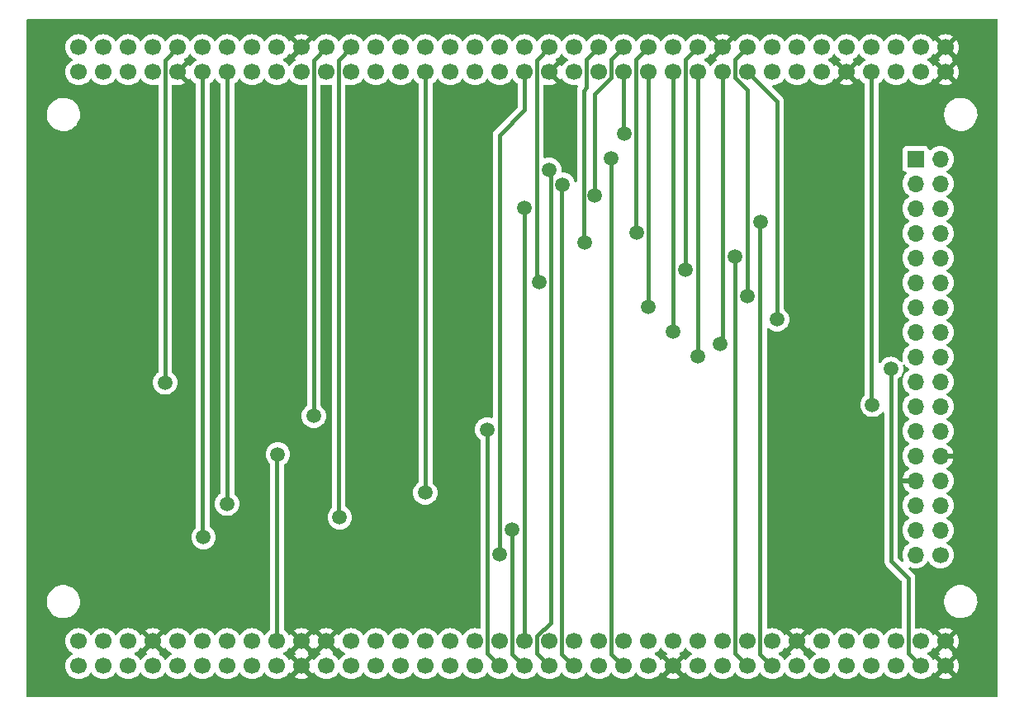
<source format=gbr>
G04 #@! TF.GenerationSoftware,KiCad,Pcbnew,7.0.1*
G04 #@! TF.CreationDate,2023-04-26T09:02:55+02:00*
G04 #@! TF.ProjectId,nucleo144 and 3.2 ILI9341 lcd parallel 16bit,6e75636c-656f-4313-9434-20616e642033,rev?*
G04 #@! TF.SameCoordinates,PX68e7780PY7bfa480*
G04 #@! TF.FileFunction,Copper,L1,Top*
G04 #@! TF.FilePolarity,Positive*
%FSLAX46Y46*%
G04 Gerber Fmt 4.6, Leading zero omitted, Abs format (unit mm)*
G04 Created by KiCad (PCBNEW 7.0.1) date 2023-04-26 09:02:55*
%MOMM*%
%LPD*%
G01*
G04 APERTURE LIST*
G04 #@! TA.AperFunction,ComponentPad*
%ADD10R,1.700000X1.700000*%
G04 #@! TD*
G04 #@! TA.AperFunction,ComponentPad*
%ADD11O,1.700000X1.700000*%
G04 #@! TD*
G04 #@! TA.AperFunction,ComponentPad*
%ADD12C,1.700000*%
G04 #@! TD*
G04 #@! TA.AperFunction,ViaPad*
%ADD13C,1.500000*%
G04 #@! TD*
G04 #@! TA.AperFunction,Conductor*
%ADD14C,0.400000*%
G04 #@! TD*
G04 APERTURE END LIST*
D10*
G04 #@! TO.P,TFT1,1,CS*
G04 #@! TO.N,LCD_CS*
X91374000Y55419000D03*
D11*
G04 #@! TO.P,TFT1,2,RS*
G04 #@! TO.N,LCD_RS*
X93914000Y55419000D03*
G04 #@! TO.P,TFT1,3,WR*
G04 #@! TO.N,LCD_WR*
X91374000Y52879000D03*
G04 #@! TO.P,TFT1,4,RD*
G04 #@! TO.N,LCD_RD*
X93914000Y52879000D03*
G04 #@! TO.P,TFT1,5,RST*
G04 #@! TO.N,LCD_RST*
X91374000Y50339000D03*
G04 #@! TO.P,TFT1,6,DB0*
G04 #@! TO.N,D0*
X93914000Y50339000D03*
G04 #@! TO.P,TFT1,7,DB1*
G04 #@! TO.N,D1*
X91374000Y47799000D03*
G04 #@! TO.P,TFT1,8,DB2*
G04 #@! TO.N,D2*
X93914000Y47799000D03*
G04 #@! TO.P,TFT1,9,DB3*
G04 #@! TO.N,D3*
X91374000Y45259000D03*
G04 #@! TO.P,TFT1,10,DB4*
G04 #@! TO.N,D4*
X93914000Y45259000D03*
G04 #@! TO.P,TFT1,11,DB5*
G04 #@! TO.N,D5*
X91374000Y42719000D03*
G04 #@! TO.P,TFT1,12,DB6*
G04 #@! TO.N,D6*
X93914000Y42719000D03*
G04 #@! TO.P,TFT1,13,DB7*
G04 #@! TO.N,D7*
X91374000Y40179000D03*
G04 #@! TO.P,TFT1,14,DB8*
G04 #@! TO.N,D8*
X93914000Y40179000D03*
G04 #@! TO.P,TFT1,15,DB9*
G04 #@! TO.N,D9*
X91374000Y37639000D03*
G04 #@! TO.P,TFT1,16,DB10*
G04 #@! TO.N,D10*
X93914000Y37639000D03*
G04 #@! TO.P,TFT1,17,DB11*
G04 #@! TO.N,D11*
X91374000Y35099000D03*
G04 #@! TO.P,TFT1,18,DB12*
G04 #@! TO.N,D12*
X93914000Y35099000D03*
G04 #@! TO.P,TFT1,19,DB13*
G04 #@! TO.N,D13*
X91374000Y32559000D03*
G04 #@! TO.P,TFT1,20,DB14*
G04 #@! TO.N,D14*
X93914000Y32559000D03*
G04 #@! TO.P,TFT1,21,DB15*
G04 #@! TO.N,D15*
X91374000Y30019000D03*
G04 #@! TO.P,TFT1,22,SDCS*
G04 #@! TO.N,SD_CS*
X93914000Y30019000D03*
G04 #@! TO.P,TFT1,23,BL*
G04 #@! TO.N,LCD_BL*
X91374000Y27479000D03*
G04 #@! TO.P,TFT1,24,5V*
G04 #@! TO.N,5V*
X93914000Y27479000D03*
G04 #@! TO.P,TFT1,25,5V*
X91374000Y24939000D03*
G04 #@! TO.P,TFT1,26,GND*
G04 #@! TO.N,GND*
X93914000Y24939000D03*
G04 #@! TO.P,TFT1,27,GND*
X91374000Y22399000D03*
G04 #@! TO.P,TFT1,28,NC*
G04 #@! TO.N,unconnected-(TFT1-NC-Pad28)*
X93914000Y22399000D03*
G04 #@! TO.P,TFT1,29,MISO*
G04 #@! TO.N,SPI_MISO*
X91374000Y19859000D03*
G04 #@! TO.P,TFT1,30,MOSI*
G04 #@! TO.N,SPI_MOSI*
X93914000Y19859000D03*
G04 #@! TO.P,TFT1,31,PEN*
G04 #@! TO.N,PEN*
X91374000Y17319000D03*
G04 #@! TO.P,TFT1,32,F_CS*
G04 #@! TO.N,F_CS*
X93914000Y17319000D03*
G04 #@! TO.P,TFT1,33,T_CS*
G04 #@! TO.N,T_CS*
X91374000Y14779000D03*
D12*
G04 #@! TO.P,TFT1,34,CLK*
G04 #@! TO.N,SPI_CLK*
X93914000Y14779000D03*
G04 #@! TD*
G04 #@! TO.P,U1,1,PC10*
G04 #@! TO.N,unconnected-(U1-PC10-Pad1)*
X5564000Y3377000D03*
G04 #@! TO.P,U1,2,PC11*
G04 #@! TO.N,unconnected-(U1-PC11-Pad2)*
X5564000Y5917000D03*
G04 #@! TO.P,U1,3,PC12*
G04 #@! TO.N,unconnected-(U1-PC12-Pad3)*
X8104000Y3377000D03*
G04 #@! TO.P,U1,4,PD2*
G04 #@! TO.N,unconnected-(U1-PD2-Pad4)*
X8104000Y5917000D03*
G04 #@! TO.P,U1,5,VDD*
G04 #@! TO.N,unconnected-(U1-VDD-Pad5)*
X10644000Y3377000D03*
G04 #@! TO.P,U1,6,E5V*
G04 #@! TO.N,unconnected-(U1-E5V-Pad6)*
X10644000Y5917000D03*
G04 #@! TO.P,U1,7,~{BOOT0}*
G04 #@! TO.N,unconnected-(U1-~{BOOT0}-Pad7)*
X13184000Y3377000D03*
G04 #@! TO.P,U1,8,GND*
G04 #@! TO.N,GND*
X13184000Y5917000D03*
G04 #@! TO.P,U1,9,PF6*
G04 #@! TO.N,unconnected-(U1-PF6-Pad9)*
X15724000Y3377000D03*
G04 #@! TO.P,U1,10,NC*
G04 #@! TO.N,unconnected-(U1-NC-Pad10)*
X15724000Y5917000D03*
G04 #@! TO.P,U1,11,PF7*
G04 #@! TO.N,unconnected-(U1-PF7-Pad11)*
X18264000Y3377000D03*
G04 #@! TO.P,U1,12,IOREF*
G04 #@! TO.N,unconnected-(U1-IOREF-Pad12)*
X18264000Y5917000D03*
G04 #@! TO.P,U1,13,TMS/PA13*
G04 #@! TO.N,unconnected-(U1-TMS{slash}PA13-Pad13)*
X20804000Y3377000D03*
G04 #@! TO.P,U1,14,~{RST}*
G04 #@! TO.N,unconnected-(U1-~{RST}-Pad14)*
X20804000Y5917000D03*
G04 #@! TO.P,U1,15,TCK/PA14*
G04 #@! TO.N,unconnected-(U1-TCK{slash}PA14-Pad15)*
X23344000Y3377000D03*
G04 #@! TO.P,U1,16,+3V3*
G04 #@! TO.N,unconnected-(U1-+3V3-Pad16)*
X23344000Y5917000D03*
G04 #@! TO.P,U1,17,PA15*
G04 #@! TO.N,unconnected-(U1-PA15-Pad17)*
X25884000Y3377000D03*
G04 #@! TO.P,U1,18,+5V*
G04 #@! TO.N,5V*
X25884000Y5917000D03*
G04 #@! TO.P,U1,19,GND*
G04 #@! TO.N,GND*
X28424000Y3377000D03*
G04 #@! TO.P,U1,20,GND*
X28424000Y5917000D03*
G04 #@! TO.P,U1,21,LD2/PB7*
G04 #@! TO.N,unconnected-(U1-LD2{slash}PB7-Pad21)*
X30964000Y3377000D03*
G04 #@! TO.P,U1,22,GND*
G04 #@! TO.N,GND*
X30964000Y5917000D03*
G04 #@! TO.P,U1,23,BT/PC13*
G04 #@! TO.N,unconnected-(U1-BT{slash}PC13-Pad23)*
X33504000Y3377000D03*
G04 #@! TO.P,U1,24,VIN*
G04 #@! TO.N,unconnected-(U1-VIN-Pad24)*
X33504000Y5917000D03*
G04 #@! TO.P,U1,25,RTC_CRYSTAL/PC14*
G04 #@! TO.N,unconnected-(U1-RTC_CRYSTAL{slash}PC14-Pad25)*
X36044000Y3377000D03*
G04 #@! TO.P,U1,26,NC*
G04 #@! TO.N,unconnected-(U1-NC-Pad26)*
X36044000Y5917000D03*
G04 #@! TO.P,U1,27,RTC_CRYSTAL/PC15*
G04 #@! TO.N,unconnected-(U1-RTC_CRYSTAL{slash}PC15-Pad27)*
X38584000Y3377000D03*
G04 #@! TO.P,U1,28,ETH_REF_CLK/PA0*
G04 #@! TO.N,unconnected-(U1-ETH_REF_CLK{slash}PA0-Pad28)*
X38584000Y5917000D03*
G04 #@! TO.P,U1,29,PH0*
G04 #@! TO.N,unconnected-(U1-PH0-Pad29)*
X41124000Y3377000D03*
G04 #@! TO.P,U1,30,ETH_MDIO/PA1*
G04 #@! TO.N,unconnected-(U1-ETH_MDIO{slash}PA1-Pad30)*
X41124000Y5917000D03*
G04 #@! TO.P,U1,31,PH1*
G04 #@! TO.N,unconnected-(U1-PH1-Pad31)*
X43664000Y3377000D03*
G04 #@! TO.P,U1,32,PA4*
G04 #@! TO.N,unconnected-(U1-PA4-Pad32)*
X43664000Y5917000D03*
G04 #@! TO.P,U1,33,VBAT*
G04 #@! TO.N,unconnected-(U1-VBAT-Pad33)*
X46204000Y3377000D03*
G04 #@! TO.P,U1,34,PB0*
G04 #@! TO.N,unconnected-(U1-PB0-Pad34)*
X46204000Y5917000D03*
G04 #@! TO.P,U1,35,PC2*
G04 #@! TO.N,LCD_BL*
X48744000Y3377000D03*
G04 #@! TO.P,U1,36,ETH_MDC/PC1*
G04 #@! TO.N,unconnected-(U1-ETH_MDC{slash}PC1-Pad36)*
X48744000Y5917000D03*
G04 #@! TO.P,U1,37,PC3*
G04 #@! TO.N,PEN*
X51284000Y3377000D03*
G04 #@! TO.P,U1,38,PC0*
G04 #@! TO.N,LCD_RST*
X51284000Y5917000D03*
G04 #@! TO.P,U1,39,PD4*
G04 #@! TO.N,LCD_RD*
X53824000Y3377000D03*
G04 #@! TO.P,U1,40,PD3*
G04 #@! TO.N,unconnected-(U1-PD3-Pad40)*
X53824000Y5917000D03*
G04 #@! TO.P,U1,41,PD5*
G04 #@! TO.N,LCD_WR*
X56364000Y3377000D03*
G04 #@! TO.P,U1,42,PG2*
G04 #@! TO.N,unconnected-(U1-PG2-Pad42)*
X56364000Y5917000D03*
G04 #@! TO.P,U1,43,PD6*
G04 #@! TO.N,unconnected-(U1-PD6-Pad43)*
X58904000Y3377000D03*
G04 #@! TO.P,U1,44,PG3*
G04 #@! TO.N,unconnected-(U1-PG3-Pad44)*
X58904000Y5917000D03*
G04 #@! TO.P,U1,45,PD7*
G04 #@! TO.N,LCD_CS*
X61444000Y3377000D03*
G04 #@! TO.P,U1,46,PE2*
G04 #@! TO.N,unconnected-(U1-PE2-Pad46)*
X61444000Y5917000D03*
G04 #@! TO.P,U1,47,PE3*
G04 #@! TO.N,unconnected-(U1-PE3-Pad47)*
X63984000Y3377000D03*
G04 #@! TO.P,U1,48,PE4*
G04 #@! TO.N,unconnected-(U1-PE4-Pad48)*
X63984000Y5917000D03*
G04 #@! TO.P,U1,49,GND*
G04 #@! TO.N,GND*
X66524000Y3377000D03*
G04 #@! TO.P,U1,50,PE5*
G04 #@! TO.N,unconnected-(U1-PE5-Pad50)*
X66524000Y5917000D03*
G04 #@! TO.P,U1,51,PF1*
G04 #@! TO.N,unconnected-(U1-PF1-Pad51)*
X69064000Y3377000D03*
G04 #@! TO.P,U1,52,PF2*
G04 #@! TO.N,unconnected-(U1-PF2-Pad52)*
X69064000Y5917000D03*
G04 #@! TO.P,U1,53,PF0*
G04 #@! TO.N,unconnected-(U1-PF0-Pad53)*
X71604000Y3377000D03*
G04 #@! TO.P,U1,54,PF8*
G04 #@! TO.N,unconnected-(U1-PF8-Pad54)*
X71604000Y5917000D03*
G04 #@! TO.P,U1,55,PD1*
G04 #@! TO.N,D3*
X74144000Y3377000D03*
G04 #@! TO.P,U1,56,PF9*
G04 #@! TO.N,unconnected-(U1-PF9-Pad56)*
X74144000Y5917000D03*
G04 #@! TO.P,U1,57,PD0*
G04 #@! TO.N,D2*
X76684000Y3377000D03*
G04 #@! TO.P,U1,58,PG1*
G04 #@! TO.N,unconnected-(U1-PG1-Pad58)*
X76684000Y5917000D03*
G04 #@! TO.P,U1,59,PG0*
G04 #@! TO.N,unconnected-(U1-PG0-Pad59)*
X79224000Y3377000D03*
G04 #@! TO.P,U1,60,GND*
G04 #@! TO.N,GND*
X79224000Y5917000D03*
G04 #@! TO.P,U1,61,PE1*
G04 #@! TO.N,unconnected-(U1-PE1-Pad61)*
X81764000Y3377000D03*
G04 #@! TO.P,U1,62,PE6*
G04 #@! TO.N,unconnected-(U1-PE6-Pad62)*
X81764000Y5917000D03*
G04 #@! TO.P,U1,63,PG9*
G04 #@! TO.N,unconnected-(U1-PG9-Pad63)*
X84304000Y3377000D03*
G04 #@! TO.P,U1,64,PG15*
G04 #@! TO.N,unconnected-(U1-PG15-Pad64)*
X84304000Y5917000D03*
G04 #@! TO.P,U1,65,PG12*
G04 #@! TO.N,unconnected-(U1-PG12-Pad65)*
X86844000Y3377000D03*
G04 #@! TO.P,U1,66,PG10*
G04 #@! TO.N,unconnected-(U1-PG10-Pad66)*
X86844000Y5917000D03*
G04 #@! TO.P,U1,67,NC*
G04 #@! TO.N,unconnected-(U1-NC-Pad67)*
X89384000Y3377000D03*
G04 #@! TO.P,U1,68,PG13/ETH_TXD0*
G04 #@! TO.N,unconnected-(U1-PG13{slash}ETH_TXD0-Pad68)*
X89384000Y5917000D03*
G04 #@! TO.P,U1,69,STLINK_RX/PD9*
G04 #@! TO.N,D14*
X91924000Y3377000D03*
G04 #@! TO.P,U1,70,PG11/ETH_TX_EN*
G04 #@! TO.N,unconnected-(U1-PG11{slash}ETH_TX_EN-Pad70)*
X91924000Y5917000D03*
G04 #@! TO.P,U1,71,GND*
G04 #@! TO.N,GND*
X94464000Y3377000D03*
G04 #@! TO.P,U1,72,GND*
X94464000Y5917000D03*
G04 #@! TO.P,U1,73,PC9*
G04 #@! TO.N,unconnected-(U1-PC9-Pad73)*
X5564000Y64337000D03*
G04 #@! TO.P,U1,74,PC8*
G04 #@! TO.N,unconnected-(U1-PC8-Pad74)*
X5564000Y66877000D03*
G04 #@! TO.P,U1,75,PB8*
G04 #@! TO.N,unconnected-(U1-PB8-Pad75)*
X8104000Y64337000D03*
G04 #@! TO.P,U1,76,PC6*
G04 #@! TO.N,unconnected-(U1-PC6-Pad76)*
X8104000Y66877000D03*
G04 #@! TO.P,U1,77,PB9*
G04 #@! TO.N,unconnected-(U1-PB9-Pad77)*
X10644000Y64337000D03*
G04 #@! TO.P,U1,78,ETH_RXD1/PC5*
G04 #@! TO.N,unconnected-(U1-ETH_RXD1{slash}PC5-Pad78)*
X10644000Y66877000D03*
G04 #@! TO.P,U1,79,AVDD*
G04 #@! TO.N,unconnected-(U1-AVDD-Pad79)*
X13184000Y64337000D03*
G04 #@! TO.P,U1,80,U5V*
G04 #@! TO.N,unconnected-(U1-U5V-Pad80)*
X13184000Y66877000D03*
G04 #@! TO.P,U1,81,GND*
G04 #@! TO.N,GND*
X15724000Y64337000D03*
G04 #@! TO.P,U1,82,STLINK_TX/PD8*
G04 #@! TO.N,D13*
X15724000Y66877000D03*
G04 #@! TO.P,U1,83,PA5*
G04 #@! TO.N,SPI_CLK*
X18264000Y64337000D03*
G04 #@! TO.P,U1,84,USB_DP/PA12*
G04 #@! TO.N,unconnected-(U1-USB_DP{slash}PA12-Pad84)*
X18264000Y66877000D03*
G04 #@! TO.P,U1,85,PA6*
G04 #@! TO.N,SPI_MISO*
X20804000Y64337000D03*
G04 #@! TO.P,U1,86,USB_DM/PA11*
G04 #@! TO.N,unconnected-(U1-USB_DM{slash}PA11-Pad86)*
X20804000Y66877000D03*
G04 #@! TO.P,U1,87,ETH_CRS_DV/PA7*
G04 #@! TO.N,unconnected-(U1-ETH_CRS_DV{slash}PA7-Pad87)*
X23344000Y64337000D03*
G04 #@! TO.P,U1,88,PB12*
G04 #@! TO.N,unconnected-(U1-PB12-Pad88)*
X23344000Y66877000D03*
G04 #@! TO.P,U1,89,PB6*
G04 #@! TO.N,unconnected-(U1-PB6-Pad89)*
X25884000Y64337000D03*
G04 #@! TO.P,U1,90,PB11*
G04 #@! TO.N,unconnected-(U1-PB11-Pad90)*
X25884000Y66877000D03*
G04 #@! TO.P,U1,91,PC7*
G04 #@! TO.N,unconnected-(U1-PC7-Pad91)*
X28424000Y64337000D03*
G04 #@! TO.P,U1,92,GND*
G04 #@! TO.N,GND*
X28424000Y66877000D03*
G04 #@! TO.P,U1,93,USB_VBUS/PA9*
G04 #@! TO.N,unconnected-(U1-USB_VBUS{slash}PA9-Pad93)*
X30964000Y64337000D03*
G04 #@! TO.P,U1,94,PB2*
G04 #@! TO.N,SD_CS*
X30964000Y66877000D03*
G04 #@! TO.P,U1,95,USB_SOF/PA8*
G04 #@! TO.N,unconnected-(U1-USB_SOF{slash}PA8-Pad95)*
X33504000Y64337000D03*
G04 #@! TO.P,U1,96,PB1*
G04 #@! TO.N,F_CS*
X33504000Y66877000D03*
G04 #@! TO.P,U1,97,PB10*
G04 #@! TO.N,unconnected-(U1-PB10-Pad97)*
X36044000Y64337000D03*
G04 #@! TO.P,U1,98,PB15*
G04 #@! TO.N,unconnected-(U1-PB15-Pad98)*
X36044000Y66877000D03*
G04 #@! TO.P,U1,99,PB4*
G04 #@! TO.N,unconnected-(U1-PB4-Pad99)*
X38584000Y64337000D03*
G04 #@! TO.P,U1,100,LD3/PB14*
G04 #@! TO.N,unconnected-(U1-LD3{slash}PB14-Pad100)*
X38584000Y66877000D03*
G04 #@! TO.P,U1,101,PB5*
G04 #@! TO.N,SPI_MOSI*
X41124000Y64337000D03*
G04 #@! TO.P,U1,102,ETH_TXD1/PB13*
G04 #@! TO.N,unconnected-(U1-ETH_TXD1{slash}PB13-Pad102)*
X41124000Y66877000D03*
G04 #@! TO.P,U1,103,SWO/PB3*
G04 #@! TO.N,unconnected-(U1-SWO{slash}PB3-Pad103)*
X43664000Y64337000D03*
G04 #@! TO.P,U1,104,AGND*
G04 #@! TO.N,unconnected-(U1-AGND-Pad104)*
X43664000Y66877000D03*
G04 #@! TO.P,U1,105,USB_ID/PA10*
G04 #@! TO.N,unconnected-(U1-USB_ID{slash}PA10-Pad105)*
X46204000Y64337000D03*
G04 #@! TO.P,U1,106,ETH_RXD0/PC4*
G04 #@! TO.N,unconnected-(U1-ETH_RXD0{slash}PC4-Pad106)*
X46204000Y66877000D03*
G04 #@! TO.P,U1,107,PA2*
G04 #@! TO.N,unconnected-(U1-PA2-Pad107)*
X48744000Y64337000D03*
G04 #@! TO.P,U1,108,PF5*
G04 #@! TO.N,unconnected-(U1-PF5-Pad108)*
X48744000Y66877000D03*
G04 #@! TO.P,U1,109,PA3*
G04 #@! TO.N,T_CS*
X51284000Y64337000D03*
G04 #@! TO.P,U1,110,PF4*
G04 #@! TO.N,unconnected-(U1-PF4-Pad110)*
X51284000Y66877000D03*
G04 #@! TO.P,U1,111,GND*
G04 #@! TO.N,GND*
X53824000Y64337000D03*
G04 #@! TO.P,U1,112,PE8*
G04 #@! TO.N,D5*
X53824000Y66877000D03*
G04 #@! TO.P,U1,113,PD13*
G04 #@! TO.N,unconnected-(U1-PD13-Pad113)*
X56364000Y64337000D03*
G04 #@! TO.P,U1,114,PF10*
G04 #@! TO.N,unconnected-(U1-PF10-Pad114)*
X56364000Y66877000D03*
G04 #@! TO.P,U1,115,PD12*
G04 #@! TO.N,unconnected-(U1-PD12-Pad115)*
X58904000Y64337000D03*
G04 #@! TO.P,U1,116,PE7*
G04 #@! TO.N,D4*
X58904000Y66877000D03*
G04 #@! TO.P,U1,117,PD11*
G04 #@! TO.N,LCD_RS*
X61444000Y64337000D03*
G04 #@! TO.P,U1,118,PD14*
G04 #@! TO.N,D0*
X61444000Y66877000D03*
G04 #@! TO.P,U1,119,PE10*
G04 #@! TO.N,D7*
X63984000Y64337000D03*
G04 #@! TO.P,U1,120,PD15*
G04 #@! TO.N,D1*
X63984000Y66877000D03*
G04 #@! TO.P,U1,121,PE12*
G04 #@! TO.N,D9*
X66524000Y64337000D03*
G04 #@! TO.P,U1,122,PF14*
G04 #@! TO.N,unconnected-(U1-PF14-Pad122)*
X66524000Y66877000D03*
G04 #@! TO.P,U1,123,PE14*
G04 #@! TO.N,D11*
X69064000Y64337000D03*
G04 #@! TO.P,U1,124,PE9*
G04 #@! TO.N,D6*
X69064000Y66877000D03*
G04 #@! TO.P,U1,125,PE15*
G04 #@! TO.N,D12*
X71604000Y64337000D03*
G04 #@! TO.P,U1,126,GND*
G04 #@! TO.N,GND*
X71604000Y66877000D03*
G04 #@! TO.P,U1,127,PE13*
G04 #@! TO.N,D10*
X74144000Y64337000D03*
G04 #@! TO.P,U1,128,PE11*
G04 #@! TO.N,D8*
X74144000Y66877000D03*
G04 #@! TO.P,U1,129,PF13*
G04 #@! TO.N,unconnected-(U1-PF13-Pad129)*
X76684000Y64337000D03*
G04 #@! TO.P,U1,130,PF3*
G04 #@! TO.N,unconnected-(U1-PF3-Pad130)*
X76684000Y66877000D03*
G04 #@! TO.P,U1,131,PF12*
G04 #@! TO.N,unconnected-(U1-PF12-Pad131)*
X79224000Y64337000D03*
G04 #@! TO.P,U1,132,PF15*
G04 #@! TO.N,unconnected-(U1-PF15-Pad132)*
X79224000Y66877000D03*
G04 #@! TO.P,U1,133,PG14*
G04 #@! TO.N,unconnected-(U1-PG14-Pad133)*
X81764000Y64337000D03*
G04 #@! TO.P,U1,134,PF11*
G04 #@! TO.N,unconnected-(U1-PF11-Pad134)*
X81764000Y66877000D03*
G04 #@! TO.P,U1,135,GND*
G04 #@! TO.N,GND*
X84304000Y64337000D03*
G04 #@! TO.P,U1,136,PE0*
G04 #@! TO.N,unconnected-(U1-PE0-Pad136)*
X84304000Y66877000D03*
G04 #@! TO.P,U1,137,PD10*
G04 #@! TO.N,D15*
X86844000Y64337000D03*
G04 #@! TO.P,U1,138,PG8*
G04 #@! TO.N,unconnected-(U1-PG8-Pad138)*
X86844000Y66877000D03*
G04 #@! TO.P,U1,139,PG7/USB_GPIO_IN*
G04 #@! TO.N,unconnected-(U1-PG7{slash}USB_GPIO_IN-Pad139)*
X89384000Y64337000D03*
G04 #@! TO.P,U1,140,PG5*
G04 #@! TO.N,unconnected-(U1-PG5-Pad140)*
X89384000Y66877000D03*
G04 #@! TO.P,U1,141,PG4*
G04 #@! TO.N,unconnected-(U1-PG4-Pad141)*
X91924000Y64337000D03*
G04 #@! TO.P,U1,142,PG6/USB_GPIO_OUT*
G04 #@! TO.N,unconnected-(U1-PG6{slash}USB_GPIO_OUT-Pad142)*
X91924000Y66877000D03*
G04 #@! TO.P,U1,143,GND*
G04 #@! TO.N,GND*
X94464000Y64337000D03*
G04 #@! TO.P,U1,144,GND*
X94464000Y66877000D03*
G04 #@! TD*
D13*
G04 #@! TO.N,5V*
X25985000Y25122000D03*
G04 #@! TO.N,LCD_RD*
X53798000Y54332000D03*
G04 #@! TO.N,LCD_WR*
X55195000Y52808000D03*
G04 #@! TO.N,LCD_CS*
X60148000Y55475000D03*
G04 #@! TO.N,LCD_RST*
X51258000Y50395000D03*
G04 #@! TO.N,LCD_RS*
X61545000Y58015000D03*
G04 #@! TO.N,LCD_BL*
X47448000Y27662000D03*
G04 #@! TO.N,GND*
X11666000Y21034000D03*
X45448000Y48720000D03*
X11920000Y48974000D03*
X80500000Y23066000D03*
X36812000Y22812000D03*
X36812000Y48720000D03*
X24874000Y48720000D03*
G04 #@! TO.N,SPI_MISO*
X20778000Y20042000D03*
G04 #@! TO.N,SPI_MOSI*
X41098000Y21185000D03*
G04 #@! TO.N,PEN*
X49988000Y17375000D03*
G04 #@! TO.N,F_CS*
X32335000Y18645000D03*
G04 #@! TO.N,T_CS*
X48718000Y14835000D03*
G04 #@! TO.N,SPI_CLK*
X18365000Y16613000D03*
G04 #@! TO.N,SD_CS*
X29668000Y29059000D03*
G04 #@! TO.N,D0*
X58497000Y51665000D03*
G04 #@! TO.N,D1*
X62815000Y47855000D03*
G04 #@! TO.N,D2*
X75515000Y48948500D03*
G04 #@! TO.N,D3*
X72848000Y45442000D03*
G04 #@! TO.N,D4*
X57481000Y46839000D03*
G04 #@! TO.N,D5*
X52782000Y42775000D03*
G04 #@! TO.N,D6*
X67768000Y44045000D03*
G04 #@! TO.N,D7*
X63958000Y40235000D03*
G04 #@! TO.N,D8*
X74118000Y41378000D03*
G04 #@! TO.N,D9*
X66498000Y37695000D03*
G04 #@! TO.N,D10*
X77166000Y38965000D03*
G04 #@! TO.N,D11*
X69038000Y35155000D03*
G04 #@! TO.N,D12*
X71324000Y36425000D03*
G04 #@! TO.N,D13*
X14428000Y32488000D03*
G04 #@! TO.N,D14*
X88850000Y33885000D03*
G04 #@! TO.N,D15*
X86945000Y30202000D03*
G04 #@! TD*
D14*
G04 #@! TO.N,5V*
X25884000Y25021000D02*
X25884000Y5917000D01*
X25985000Y25122000D02*
X25884000Y25021000D01*
G04 #@! TO.N,LCD_RD*
X53798000Y54332000D02*
X53932000Y54198000D01*
X52534000Y4667000D02*
X53824000Y3377000D01*
X52534000Y6434767D02*
X52534000Y4667000D01*
X53932000Y7832767D02*
X52534000Y6434767D01*
X53932000Y54198000D02*
X53932000Y7832767D01*
G04 #@! TO.N,LCD_WR*
X55114000Y4627000D02*
X56364000Y3377000D01*
X55195000Y52808000D02*
X55114000Y52727000D01*
X55114000Y52727000D02*
X55114000Y4627000D01*
G04 #@! TO.N,LCD_CS*
X60194000Y4627000D02*
X61444000Y3377000D01*
X60148000Y55475000D02*
X60194000Y55429000D01*
X60194000Y55429000D02*
X60194000Y4627000D01*
G04 #@! TO.N,LCD_RST*
X51258000Y50395000D02*
X51284000Y50369000D01*
X51284000Y50369000D02*
X51284000Y5917000D01*
G04 #@! TO.N,LCD_RS*
X61444000Y58116000D02*
X61444000Y64337000D01*
X61545000Y58015000D02*
X61444000Y58116000D01*
G04 #@! TO.N,LCD_BL*
X47454000Y4667000D02*
X48744000Y3377000D01*
X47448000Y27662000D02*
X47454000Y27656000D01*
X47454000Y27656000D02*
X47454000Y4667000D01*
G04 #@! TO.N,SPI_MISO*
X20804000Y20068000D02*
X20804000Y64337000D01*
X20778000Y20042000D02*
X20804000Y20068000D01*
G04 #@! TO.N,SPI_MOSI*
X41124000Y21211000D02*
X41124000Y64337000D01*
X41098000Y21185000D02*
X41124000Y21211000D01*
G04 #@! TO.N,PEN*
X50034000Y17329000D02*
X50034000Y4627000D01*
X50034000Y4627000D02*
X51284000Y3377000D01*
X49988000Y17375000D02*
X50034000Y17329000D01*
G04 #@! TO.N,F_CS*
X32214000Y18766000D02*
X32214000Y65587000D01*
X32335000Y18645000D02*
X32214000Y18766000D01*
X32214000Y65587000D02*
X33504000Y66877000D01*
G04 #@! TO.N,T_CS*
X48718000Y57888000D02*
X51284000Y60454000D01*
X48718000Y14835000D02*
X48718000Y57888000D01*
X51284000Y60454000D02*
X51284000Y64337000D01*
G04 #@! TO.N,SPI_CLK*
X18365000Y16613000D02*
X18264000Y16714000D01*
X18264000Y16714000D02*
X18264000Y64337000D01*
G04 #@! TO.N,SD_CS*
X29674000Y65587000D02*
X30964000Y66877000D01*
X29674000Y29065000D02*
X29674000Y65587000D01*
X29668000Y29059000D02*
X29674000Y29065000D01*
G04 #@! TO.N,D0*
X60194000Y65627000D02*
X61444000Y66877000D01*
X60194000Y63819233D02*
X60194000Y65627000D01*
X58497000Y51665000D02*
X58497000Y62122233D01*
X58497000Y62122233D02*
X60194000Y63819233D01*
G04 #@! TO.N,D1*
X62734000Y65627000D02*
X63984000Y66877000D01*
X62815000Y47855000D02*
X62734000Y47936000D01*
X62734000Y47936000D02*
X62734000Y65627000D01*
G04 #@! TO.N,D2*
X75434000Y4627000D02*
X76684000Y3377000D01*
X75434000Y48867500D02*
X75434000Y4627000D01*
X75515000Y48948500D02*
X75434000Y48867500D01*
G04 #@! TO.N,D3*
X72854000Y4667000D02*
X74144000Y3377000D01*
X72848000Y45442000D02*
X72854000Y45436000D01*
X72854000Y45436000D02*
X72854000Y4667000D01*
G04 #@! TO.N,D4*
X57654000Y65627000D02*
X58904000Y66877000D01*
X57347000Y46973000D02*
X57347000Y62453000D01*
X57654000Y62760000D02*
X57654000Y65627000D01*
X57347000Y62453000D02*
X57654000Y62760000D01*
X57481000Y46839000D02*
X57347000Y46973000D01*
G04 #@! TO.N,D5*
X52534000Y43023000D02*
X52534000Y65587000D01*
X52534000Y65587000D02*
X53824000Y66877000D01*
X52782000Y42775000D02*
X52534000Y43023000D01*
G04 #@! TO.N,D6*
X67814000Y44091000D02*
X67814000Y65627000D01*
X67768000Y44045000D02*
X67814000Y44091000D01*
X67814000Y65627000D02*
X69064000Y66877000D01*
G04 #@! TO.N,D7*
X63984000Y40261000D02*
X63984000Y64337000D01*
X63958000Y40235000D02*
X63984000Y40261000D01*
G04 #@! TO.N,D8*
X74118000Y41378000D02*
X74118000Y62543233D01*
X74118000Y62543233D02*
X72894000Y63767233D01*
X72894000Y63767233D02*
X72894000Y65627000D01*
X72894000Y65627000D02*
X74144000Y66877000D01*
G04 #@! TO.N,D9*
X66498000Y37695000D02*
X66524000Y37721000D01*
X66524000Y37721000D02*
X66524000Y64337000D01*
G04 #@! TO.N,D10*
X77166000Y61315000D02*
X74144000Y64337000D01*
X77166000Y38965000D02*
X77166000Y61315000D01*
G04 #@! TO.N,D11*
X69064000Y35181000D02*
X69064000Y64337000D01*
X69038000Y35155000D02*
X69064000Y35181000D01*
G04 #@! TO.N,D12*
X71324000Y36425000D02*
X71604000Y36705000D01*
X71604000Y36705000D02*
X71604000Y64337000D01*
G04 #@! TO.N,D13*
X14428000Y32488000D02*
X14434000Y32494000D01*
X14434000Y32494000D02*
X14434000Y65587000D01*
X14434000Y65587000D02*
X15724000Y66877000D01*
G04 #@! TO.N,D14*
X88850000Y14200000D02*
X90634000Y12416000D01*
X88850000Y33885000D02*
X88850000Y14200000D01*
X90634000Y12416000D02*
X90634000Y4667000D01*
X90634000Y4667000D02*
X91924000Y3377000D01*
G04 #@! TO.N,D15*
X86945000Y30202000D02*
X86844000Y30303000D01*
X86844000Y30303000D02*
X86844000Y64337000D01*
G04 #@! TD*
G04 #@! TA.AperFunction,Conductor*
G04 #@! TO.N,GND*
G36*
X85631257Y66230025D02*
G01*
X85675573Y66191161D01*
X85805505Y66005599D01*
X85972599Y65838505D01*
X86158160Y65708574D01*
X86197024Y65664257D01*
X86211035Y65607000D01*
X86197024Y65549743D01*
X86158159Y65505425D01*
X85972595Y65375492D01*
X85805508Y65208405D01*
X85805505Y65208402D01*
X85805505Y65208401D01*
X85675271Y65022406D01*
X85675270Y65022405D01*
X85630952Y64983540D01*
X85573695Y64969529D01*
X85516438Y64983540D01*
X85472120Y65022405D01*
X85418925Y65098374D01*
X85418925Y65098375D01*
X84657553Y64337000D01*
X85418925Y63575627D01*
X85472119Y63651595D01*
X85516437Y63690461D01*
X85573694Y63704472D01*
X85630951Y63690461D01*
X85675267Y63651598D01*
X85805505Y63465599D01*
X85805508Y63465596D01*
X85972598Y63298506D01*
X86090623Y63215864D01*
X86129489Y63171546D01*
X86143500Y63114289D01*
X86143500Y31220337D01*
X86134061Y31172884D01*
X86107181Y31132656D01*
X85983402Y31008878D01*
X85857898Y30829639D01*
X85765425Y30631332D01*
X85708792Y30419975D01*
X85689722Y30202001D01*
X85708792Y29984026D01*
X85708793Y29984023D01*
X85765425Y29772670D01*
X85857898Y29574361D01*
X85983402Y29395123D01*
X86138123Y29240402D01*
X86317361Y29114898D01*
X86515670Y29022425D01*
X86727023Y28965793D01*
X86945000Y28946723D01*
X87162977Y28965793D01*
X87374330Y29022425D01*
X87572639Y29114898D01*
X87751877Y29240402D01*
X87906598Y29395123D01*
X87923925Y29419870D01*
X87971142Y29460196D01*
X88031990Y29472576D01*
X88091210Y29453904D01*
X88133953Y29408862D01*
X88149500Y29348746D01*
X88149500Y14224921D01*
X88149274Y14217434D01*
X88145641Y14157393D01*
X88156483Y14098229D01*
X88157610Y14090828D01*
X88164860Y14031127D01*
X88168450Y14021661D01*
X88174475Y14000048D01*
X88176303Y13990071D01*
X88200991Y13935217D01*
X88203856Y13928299D01*
X88225180Y13872074D01*
X88225182Y13872070D01*
X88230941Y13863727D01*
X88241961Y13844187D01*
X88246120Y13834946D01*
X88283216Y13787595D01*
X88287654Y13781564D01*
X88315992Y13740509D01*
X88321817Y13732071D01*
X88366847Y13692178D01*
X88372283Y13687060D01*
X89897181Y12162162D01*
X89924061Y12121934D01*
X89933500Y12074481D01*
X89933500Y7329503D01*
X89920712Y7274659D01*
X89884986Y7231127D01*
X89833691Y7207886D01*
X89777407Y7209728D01*
X89619407Y7252064D01*
X89384000Y7272660D01*
X89148592Y7252064D01*
X88920336Y7190903D01*
X88706170Y7091035D01*
X88512598Y6955495D01*
X88345505Y6788402D01*
X88215575Y6602841D01*
X88171257Y6563975D01*
X88114000Y6549964D01*
X88056743Y6563975D01*
X88012425Y6602841D01*
X87882494Y6788402D01*
X87715404Y6955492D01*
X87715401Y6955495D01*
X87521830Y7091035D01*
X87307663Y7190903D01*
X87237406Y7209728D01*
X87079407Y7252064D01*
X86844000Y7272660D01*
X86608592Y7252064D01*
X86380336Y7190903D01*
X86166170Y7091035D01*
X85972598Y6955495D01*
X85805505Y6788402D01*
X85675575Y6602841D01*
X85631257Y6563975D01*
X85574000Y6549964D01*
X85516743Y6563975D01*
X85472425Y6602841D01*
X85342494Y6788402D01*
X85175404Y6955492D01*
X85175401Y6955495D01*
X84981830Y7091035D01*
X84767663Y7190903D01*
X84697406Y7209728D01*
X84539407Y7252064D01*
X84304000Y7272660D01*
X84068592Y7252064D01*
X83840336Y7190903D01*
X83626170Y7091035D01*
X83432598Y6955495D01*
X83265505Y6788402D01*
X83135575Y6602841D01*
X83091257Y6563975D01*
X83034000Y6549964D01*
X82976743Y6563975D01*
X82932425Y6602841D01*
X82802494Y6788402D01*
X82635404Y6955492D01*
X82635401Y6955495D01*
X82441830Y7091035D01*
X82227663Y7190903D01*
X82157406Y7209728D01*
X81999407Y7252064D01*
X81764000Y7272660D01*
X81528592Y7252064D01*
X81300336Y7190903D01*
X81086170Y7091035D01*
X80892598Y6955495D01*
X80725508Y6788405D01*
X80725505Y6788402D01*
X80725505Y6788401D01*
X80595271Y6602406D01*
X80595270Y6602405D01*
X80550952Y6563540D01*
X80493695Y6549529D01*
X80436438Y6563540D01*
X80392120Y6602405D01*
X80338925Y6678374D01*
X80338925Y6678375D01*
X79577553Y5917000D01*
X79577553Y5916999D01*
X80338925Y5155627D01*
X80392119Y5231595D01*
X80436437Y5270461D01*
X80493694Y5284472D01*
X80550951Y5270461D01*
X80595267Y5231598D01*
X80725505Y5045599D01*
X80892599Y4878505D01*
X81078160Y4748574D01*
X81117024Y4704257D01*
X81131035Y4647000D01*
X81117024Y4589743D01*
X81078159Y4545425D01*
X80892595Y4415492D01*
X80725505Y4248402D01*
X80595575Y4062841D01*
X80551257Y4023975D01*
X80494000Y4009964D01*
X80436743Y4023975D01*
X80392425Y4062841D01*
X80262494Y4248402D01*
X80095404Y4415492D01*
X80095401Y4415495D01*
X79909402Y4545733D01*
X79870539Y4590049D01*
X79856528Y4647306D01*
X79870539Y4704563D01*
X79909405Y4748881D01*
X79985373Y4802075D01*
X79224000Y5563447D01*
X78462625Y4802075D01*
X78538594Y4748881D01*
X78577460Y4704563D01*
X78591471Y4647306D01*
X78577461Y4590050D01*
X78538595Y4545731D01*
X78352595Y4415492D01*
X78185505Y4248402D01*
X78055575Y4062841D01*
X78011257Y4023975D01*
X77954000Y4009964D01*
X77896743Y4023975D01*
X77852425Y4062841D01*
X77722494Y4248402D01*
X77555404Y4415492D01*
X77555403Y4415493D01*
X77555401Y4415495D01*
X77369839Y4545427D01*
X77330974Y4589745D01*
X77316964Y4647001D01*
X77330975Y4704258D01*
X77369837Y4748572D01*
X77555401Y4878505D01*
X77722495Y5045599D01*
X77852732Y5231598D01*
X77897048Y5270461D01*
X77954305Y5284472D01*
X78011562Y5270461D01*
X78055880Y5231595D01*
X78109073Y5155627D01*
X78870447Y5916999D01*
X78870447Y5917000D01*
X78109073Y6678374D01*
X78055881Y6602406D01*
X78011563Y6563540D01*
X77954306Y6549529D01*
X77897048Y6563540D01*
X77852730Y6602405D01*
X77722495Y6788401D01*
X77555401Y6955495D01*
X77446243Y7031928D01*
X78462625Y7031928D01*
X79224000Y6270553D01*
X79224001Y6270553D01*
X79985373Y7031927D01*
X79985373Y7031928D01*
X79901580Y7090600D01*
X79687492Y7190431D01*
X79459318Y7251570D01*
X79224000Y7272158D01*
X78988681Y7251570D01*
X78760507Y7190431D01*
X78546422Y7090601D01*
X78462625Y7031928D01*
X77446243Y7031928D01*
X77361830Y7091035D01*
X77147663Y7190903D01*
X77077406Y7209728D01*
X76919407Y7252064D01*
X76684000Y7272660D01*
X76448592Y7252064D01*
X76290593Y7209728D01*
X76234309Y7207886D01*
X76183014Y7231127D01*
X76147288Y7274659D01*
X76134500Y7329503D01*
X76134500Y37928663D01*
X76148015Y37984958D01*
X76185615Y38028981D01*
X76239102Y38051136D01*
X76296818Y38046594D01*
X76346181Y38016345D01*
X76359123Y38003402D01*
X76538361Y37877898D01*
X76736670Y37785425D01*
X76948023Y37728793D01*
X77166000Y37709723D01*
X77383977Y37728793D01*
X77595330Y37785425D01*
X77793639Y37877898D01*
X77972877Y38003402D01*
X78127598Y38158123D01*
X78253102Y38337361D01*
X78345575Y38535670D01*
X78402207Y38747023D01*
X78421277Y38965000D01*
X78402207Y39182977D01*
X78345575Y39394330D01*
X78253102Y39592638D01*
X78127598Y39771877D01*
X77972877Y39926598D01*
X77919374Y39964062D01*
X77880511Y40008377D01*
X77866500Y40065634D01*
X77866500Y61290090D01*
X77866726Y61297577D01*
X77867827Y61315780D01*
X77870357Y61357606D01*
X77859509Y61416799D01*
X77858392Y61424144D01*
X77851140Y61483872D01*
X77851139Y61483875D01*
X77847546Y61493350D01*
X77841519Y61514971D01*
X77839694Y61524932D01*
X77815012Y61579772D01*
X77812151Y61586678D01*
X77790818Y61642930D01*
X77785058Y61651274D01*
X77774030Y61670828D01*
X77769877Y61680057D01*
X77732788Y61727398D01*
X77728349Y61733431D01*
X77694184Y61782928D01*
X77694183Y61782929D01*
X77649153Y61822822D01*
X77643715Y61827942D01*
X76693930Y62777727D01*
X76660550Y62838570D01*
X76665089Y62907819D01*
X76706125Y62963784D01*
X76770802Y62988936D01*
X76919408Y63001937D01*
X77147663Y63063097D01*
X77361830Y63162965D01*
X77555401Y63298505D01*
X77722495Y63465599D01*
X77852426Y63651161D01*
X77896743Y63690025D01*
X77954000Y63704036D01*
X78011257Y63690025D01*
X78055573Y63651161D01*
X78185505Y63465599D01*
X78352599Y63298505D01*
X78546170Y63162965D01*
X78760337Y63063097D01*
X78988592Y63001937D01*
X79224000Y62981341D01*
X79459408Y63001937D01*
X79687663Y63063097D01*
X79901830Y63162965D01*
X80095401Y63298505D01*
X80262495Y63465599D01*
X80392426Y63651161D01*
X80436743Y63690025D01*
X80494000Y63704036D01*
X80551257Y63690025D01*
X80595573Y63651161D01*
X80725505Y63465599D01*
X80892599Y63298505D01*
X81086170Y63162965D01*
X81300337Y63063097D01*
X81528592Y63001937D01*
X81764000Y62981341D01*
X81999408Y63001937D01*
X82227663Y63063097D01*
X82441830Y63162965D01*
X82526248Y63222075D01*
X83542625Y63222075D01*
X83626420Y63163401D01*
X83840507Y63063570D01*
X84068681Y63002431D01*
X84304000Y62981843D01*
X84539318Y63002431D01*
X84767492Y63063570D01*
X84981576Y63163400D01*
X85065373Y63222075D01*
X84304000Y63983447D01*
X83542625Y63222075D01*
X82526248Y63222075D01*
X82635401Y63298505D01*
X82802495Y63465599D01*
X82932732Y63651598D01*
X82977048Y63690461D01*
X83034305Y63704472D01*
X83091562Y63690461D01*
X83135880Y63651595D01*
X83189073Y63575627D01*
X83950447Y64336999D01*
X83950447Y64337001D01*
X83189073Y65098374D01*
X83135881Y65022406D01*
X83091563Y64983540D01*
X83034306Y64969529D01*
X82977048Y64983540D01*
X82932730Y65022405D01*
X82802495Y65208401D01*
X82635401Y65375495D01*
X82449839Y65505427D01*
X82410975Y65549743D01*
X82396964Y65607000D01*
X82410975Y65664257D01*
X82449839Y65708574D01*
X82635401Y65838505D01*
X82802495Y66005599D01*
X82932426Y66191161D01*
X82976743Y66230025D01*
X83034000Y66244036D01*
X83091257Y66230025D01*
X83135573Y66191161D01*
X83265505Y66005599D01*
X83432599Y65838505D01*
X83618597Y65708268D01*
X83657460Y65663952D01*
X83671471Y65606694D01*
X83657460Y65549437D01*
X83618594Y65505119D01*
X83542626Y65451927D01*
X84304000Y64690553D01*
X84304001Y64690553D01*
X85065373Y65451927D01*
X85065373Y65451928D01*
X84989405Y65505120D01*
X84950539Y65549438D01*
X84936528Y65606695D01*
X84950539Y65663952D01*
X84989402Y65708268D01*
X85175401Y65838505D01*
X85342495Y66005599D01*
X85472426Y66191161D01*
X85516743Y66230025D01*
X85574000Y66244036D01*
X85631257Y66230025D01*
G37*
G04 #@! TD.AperFunction*
G04 #@! TA.AperFunction,Conductor*
G36*
X90227816Y34348544D02*
G01*
X90280940Y34305526D01*
X90335505Y34227599D01*
X90502599Y34060505D01*
X90688160Y33930574D01*
X90727024Y33886257D01*
X90741035Y33829000D01*
X90727024Y33771743D01*
X90688159Y33727425D01*
X90502595Y33597492D01*
X90335508Y33430405D01*
X90197335Y33233074D01*
X90163110Y33203498D01*
X90165095Y33197202D01*
X90153687Y33137587D01*
X90100097Y33022664D01*
X90038936Y32794408D01*
X90018340Y32559000D01*
X90038936Y32323593D01*
X90083709Y32156498D01*
X90100097Y32095337D01*
X90199965Y31881170D01*
X90335505Y31687599D01*
X90502599Y31520505D01*
X90688160Y31390574D01*
X90727024Y31346257D01*
X90741035Y31289000D01*
X90727024Y31231743D01*
X90688158Y31187425D01*
X90609941Y31132656D01*
X90502595Y31057492D01*
X90335505Y30890402D01*
X90199965Y30696830D01*
X90100097Y30482664D01*
X90038936Y30254408D01*
X90018340Y30019001D01*
X90038936Y29783593D01*
X90064915Y29686639D01*
X90100097Y29555337D01*
X90199965Y29341170D01*
X90335505Y29147599D01*
X90502599Y28980505D01*
X90688160Y28850574D01*
X90727024Y28806257D01*
X90741035Y28749000D01*
X90727024Y28691743D01*
X90688159Y28647425D01*
X90502595Y28517492D01*
X90335505Y28350402D01*
X90199965Y28156830D01*
X90100097Y27942664D01*
X90038936Y27714408D01*
X90018340Y27479000D01*
X90038936Y27243593D01*
X90083709Y27076499D01*
X90100097Y27015337D01*
X90199965Y26801170D01*
X90335505Y26607599D01*
X90502599Y26440505D01*
X90688160Y26310574D01*
X90727024Y26266257D01*
X90741035Y26209000D01*
X90727024Y26151743D01*
X90688159Y26107425D01*
X90502595Y25977492D01*
X90335505Y25810402D01*
X90199965Y25616830D01*
X90100097Y25402664D01*
X90038936Y25174408D01*
X90018340Y24939001D01*
X90038936Y24703593D01*
X90083709Y24536498D01*
X90100097Y24475337D01*
X90199965Y24261170D01*
X90335505Y24067599D01*
X90502599Y23900505D01*
X90688597Y23770268D01*
X90727460Y23725952D01*
X90741471Y23668695D01*
X90727461Y23611439D01*
X90688595Y23567120D01*
X90502919Y23437108D01*
X90335890Y23270079D01*
X90200400Y23076579D01*
X90100569Y22862493D01*
X90043364Y22649001D01*
X90043364Y22649000D01*
X91500000Y22649000D01*
X91562000Y22632387D01*
X91607387Y22587000D01*
X91624000Y22525000D01*
X91624000Y22273000D01*
X91607387Y22211000D01*
X91562000Y22165613D01*
X91500000Y22149000D01*
X90043364Y22149000D01*
X90100569Y21935508D01*
X90200399Y21721424D01*
X90335893Y21527919D01*
X90502918Y21360894D01*
X90688595Y21230881D01*
X90727460Y21186563D01*
X90741471Y21129306D01*
X90727460Y21072049D01*
X90688595Y21027731D01*
X90502595Y20897492D01*
X90335505Y20730402D01*
X90199965Y20536830D01*
X90100097Y20322664D01*
X90038936Y20094408D01*
X90018340Y19859001D01*
X90038936Y19623593D01*
X90057140Y19555656D01*
X90100097Y19395337D01*
X90199965Y19181170D01*
X90335505Y18987599D01*
X90502599Y18820505D01*
X90688160Y18690574D01*
X90727024Y18646257D01*
X90741035Y18589000D01*
X90727024Y18531743D01*
X90688159Y18487425D01*
X90502595Y18357492D01*
X90335505Y18190402D01*
X90199965Y17996830D01*
X90100097Y17782664D01*
X90038936Y17554408D01*
X90018340Y17319001D01*
X90038936Y17083593D01*
X90083709Y16916498D01*
X90100097Y16855337D01*
X90199965Y16641170D01*
X90335505Y16447599D01*
X90502599Y16280505D01*
X90688160Y16150574D01*
X90727024Y16106257D01*
X90741035Y16049000D01*
X90727024Y15991743D01*
X90688159Y15947425D01*
X90502595Y15817492D01*
X90335505Y15650402D01*
X90199965Y15456830D01*
X90100097Y15242664D01*
X90038936Y15014408D01*
X90018340Y14779000D01*
X90038936Y14543593D01*
X90100097Y14315338D01*
X90130353Y14250453D01*
X90141047Y14182936D01*
X90114337Y14120012D01*
X90058341Y14080804D01*
X89990077Y14077226D01*
X89930290Y14110367D01*
X89586819Y14453838D01*
X89559939Y14494066D01*
X89550500Y14541519D01*
X89550500Y32784366D01*
X89564511Y32841623D01*
X89603374Y32885939D01*
X89656877Y32923402D01*
X89811598Y33078123D01*
X89937102Y33257361D01*
X89937103Y33257364D01*
X89939730Y33261115D01*
X89973955Y33290693D01*
X89971970Y33296989D01*
X89983376Y33356598D01*
X90029575Y33455670D01*
X90086207Y33667023D01*
X90105277Y33885000D01*
X90086207Y34102977D01*
X90059591Y34202309D01*
X90060784Y34270654D01*
X90098014Y34327985D01*
X90159967Y34356874D01*
X90227816Y34348544D01*
G37*
G04 #@! TD.AperFunction*
G04 #@! TA.AperFunction,Conductor*
G36*
X55151257Y66230025D02*
G01*
X55195573Y66191161D01*
X55325505Y66005599D01*
X55492599Y65838505D01*
X55678160Y65708574D01*
X55717024Y65664257D01*
X55731035Y65607000D01*
X55717024Y65549743D01*
X55678159Y65505425D01*
X55492595Y65375492D01*
X55325508Y65208405D01*
X55325505Y65208402D01*
X55325505Y65208401D01*
X55195271Y65022406D01*
X55195270Y65022405D01*
X55150952Y64983540D01*
X55093695Y64969529D01*
X55036438Y64983540D01*
X54992120Y65022405D01*
X54938925Y65098374D01*
X54938925Y65098375D01*
X54177553Y64337000D01*
X54177553Y64336999D01*
X54938925Y63575627D01*
X54992119Y63651595D01*
X55036437Y63690461D01*
X55093694Y63704472D01*
X55150951Y63690461D01*
X55195267Y63651598D01*
X55325505Y63465599D01*
X55492599Y63298505D01*
X55686170Y63162965D01*
X55900337Y63063097D01*
X56128592Y63001937D01*
X56364000Y62981341D01*
X56599408Y63001937D01*
X56601878Y63002600D01*
X56604873Y63003401D01*
X56666150Y63004145D01*
X56720299Y62975454D01*
X56754096Y62924336D01*
X56759287Y62863275D01*
X56746067Y62833236D01*
X56749299Y62831781D01*
X56738961Y62808814D01*
X56727941Y62789275D01*
X56722182Y62780931D01*
X56700853Y62724695D01*
X56697989Y62717781D01*
X56673303Y62662930D01*
X56671475Y62652953D01*
X56665454Y62631352D01*
X56661859Y62621872D01*
X56654609Y62562173D01*
X56653483Y62554774D01*
X56642641Y62495609D01*
X56646274Y62435566D01*
X56646500Y62428079D01*
X56646500Y53164367D01*
X56632489Y53107110D01*
X56593624Y53062792D01*
X56538685Y53041428D01*
X56480090Y53047845D01*
X56431078Y53080594D01*
X56402725Y53132273D01*
X56374574Y53237332D01*
X56325457Y53342663D01*
X56282102Y53435638D01*
X56156598Y53614877D01*
X56001877Y53769598D01*
X55822639Y53895102D01*
X55731205Y53937739D01*
X55624331Y53987575D01*
X55412974Y54044208D01*
X55194998Y54063278D01*
X55175706Y54061590D01*
X55122488Y54068597D01*
X55077218Y54097437D01*
X55048378Y54142708D01*
X55041372Y54195926D01*
X55045663Y54244965D01*
X55053277Y54332000D01*
X55052388Y54342156D01*
X55040562Y54477341D01*
X55034207Y54549977D01*
X54977575Y54761330D01*
X54885102Y54959638D01*
X54759598Y55138877D01*
X54604877Y55293598D01*
X54425639Y55419102D01*
X54334205Y55461739D01*
X54227331Y55511575D01*
X54015974Y55568208D01*
X53798000Y55587278D01*
X53580025Y55568208D01*
X53491768Y55544560D01*
X53390591Y55517449D01*
X53334309Y55515607D01*
X53283014Y55538848D01*
X53247288Y55582380D01*
X53234500Y55637224D01*
X53234500Y62935733D01*
X53247288Y62990577D01*
X53283014Y63034109D01*
X53334309Y63057350D01*
X53390594Y63055508D01*
X53588681Y63002431D01*
X53824000Y62981843D01*
X54059318Y63002431D01*
X54287492Y63063570D01*
X54501576Y63163400D01*
X54585373Y63222075D01*
X53558128Y64249320D01*
X53526034Y64304908D01*
X53526034Y64369095D01*
X53558128Y64424682D01*
X53824000Y64690553D01*
X54585373Y65451927D01*
X54585373Y65451928D01*
X54509405Y65505120D01*
X54470539Y65549438D01*
X54456528Y65606695D01*
X54470539Y65663952D01*
X54509402Y65708268D01*
X54695401Y65838505D01*
X54862495Y66005599D01*
X54992426Y66191161D01*
X55036743Y66230025D01*
X55094000Y66244036D01*
X55151257Y66230025D01*
G37*
G04 #@! TD.AperFunction*
G04 #@! TA.AperFunction,Conductor*
G36*
X99737500Y69782887D02*
G01*
X99782887Y69737500D01*
X99799500Y69675500D01*
X99799500Y324500D01*
X99782887Y262500D01*
X99737500Y217113D01*
X99675500Y200500D01*
X324500Y200500D01*
X262500Y217113D01*
X217113Y262500D01*
X200500Y324500D01*
X200500Y3377001D01*
X4208340Y3377001D01*
X4228936Y3141593D01*
X4260593Y3023447D01*
X4290097Y2913337D01*
X4389965Y2699170D01*
X4525505Y2505599D01*
X4692599Y2338505D01*
X4886170Y2202965D01*
X5100337Y2103097D01*
X5328592Y2041937D01*
X5564000Y2021341D01*
X5799408Y2041937D01*
X6027663Y2103097D01*
X6241830Y2202965D01*
X6435401Y2338505D01*
X6602495Y2505599D01*
X6732426Y2691161D01*
X6776743Y2730025D01*
X6834000Y2744036D01*
X6891257Y2730025D01*
X6935573Y2691161D01*
X7065505Y2505599D01*
X7232599Y2338505D01*
X7426170Y2202965D01*
X7640337Y2103097D01*
X7868592Y2041937D01*
X8104000Y2021341D01*
X8339408Y2041937D01*
X8567663Y2103097D01*
X8781830Y2202965D01*
X8975401Y2338505D01*
X9142495Y2505599D01*
X9272426Y2691161D01*
X9316743Y2730025D01*
X9374000Y2744036D01*
X9431257Y2730025D01*
X9475573Y2691161D01*
X9605505Y2505599D01*
X9772599Y2338505D01*
X9966170Y2202965D01*
X10180337Y2103097D01*
X10408592Y2041937D01*
X10644000Y2021341D01*
X10879408Y2041937D01*
X11107663Y2103097D01*
X11321830Y2202965D01*
X11515401Y2338505D01*
X11682495Y2505599D01*
X11812426Y2691161D01*
X11856743Y2730025D01*
X11914000Y2744036D01*
X11971257Y2730025D01*
X12015573Y2691161D01*
X12145505Y2505599D01*
X12312599Y2338505D01*
X12506170Y2202965D01*
X12720337Y2103097D01*
X12948592Y2041937D01*
X13184000Y2021341D01*
X13419408Y2041937D01*
X13647663Y2103097D01*
X13861830Y2202965D01*
X14055401Y2338505D01*
X14222495Y2505599D01*
X14352426Y2691161D01*
X14396743Y2730025D01*
X14454000Y2744036D01*
X14511257Y2730025D01*
X14555573Y2691161D01*
X14685505Y2505599D01*
X14852599Y2338505D01*
X15046170Y2202965D01*
X15260337Y2103097D01*
X15488592Y2041937D01*
X15724000Y2021341D01*
X15959408Y2041937D01*
X16187663Y2103097D01*
X16401830Y2202965D01*
X16595401Y2338505D01*
X16762495Y2505599D01*
X16892426Y2691161D01*
X16936743Y2730025D01*
X16994000Y2744036D01*
X17051257Y2730025D01*
X17095573Y2691161D01*
X17225505Y2505599D01*
X17392599Y2338505D01*
X17586170Y2202965D01*
X17800337Y2103097D01*
X18028592Y2041937D01*
X18264000Y2021341D01*
X18499408Y2041937D01*
X18727663Y2103097D01*
X18941830Y2202965D01*
X19135401Y2338505D01*
X19302495Y2505599D01*
X19432426Y2691161D01*
X19476743Y2730025D01*
X19534000Y2744036D01*
X19591257Y2730025D01*
X19635573Y2691161D01*
X19765505Y2505599D01*
X19932599Y2338505D01*
X20126170Y2202965D01*
X20340337Y2103097D01*
X20568592Y2041937D01*
X20804000Y2021341D01*
X21039408Y2041937D01*
X21267663Y2103097D01*
X21481830Y2202965D01*
X21675401Y2338505D01*
X21842495Y2505599D01*
X21972426Y2691161D01*
X22016743Y2730025D01*
X22074000Y2744036D01*
X22131257Y2730025D01*
X22175573Y2691161D01*
X22305505Y2505599D01*
X22472599Y2338505D01*
X22666170Y2202965D01*
X22880337Y2103097D01*
X23108592Y2041937D01*
X23344000Y2021341D01*
X23579408Y2041937D01*
X23807663Y2103097D01*
X24021830Y2202965D01*
X24215401Y2338505D01*
X24382495Y2505599D01*
X24512426Y2691161D01*
X24556743Y2730025D01*
X24614000Y2744036D01*
X24671257Y2730025D01*
X24715573Y2691161D01*
X24845505Y2505599D01*
X25012599Y2338505D01*
X25206170Y2202965D01*
X25420337Y2103097D01*
X25648592Y2041937D01*
X25884000Y2021341D01*
X26119408Y2041937D01*
X26347663Y2103097D01*
X26561830Y2202965D01*
X26646248Y2262075D01*
X27662625Y2262075D01*
X27746420Y2203401D01*
X27960507Y2103570D01*
X28188681Y2042431D01*
X28424000Y2021843D01*
X28659318Y2042431D01*
X28887492Y2103570D01*
X29101576Y2203400D01*
X29185373Y2262075D01*
X28424000Y3023447D01*
X27662625Y2262075D01*
X26646248Y2262075D01*
X26755401Y2338505D01*
X26922495Y2505599D01*
X27052732Y2691598D01*
X27097048Y2730461D01*
X27154305Y2744472D01*
X27211562Y2730461D01*
X27255880Y2691595D01*
X27309073Y2615627D01*
X28070447Y3376999D01*
X28070447Y3377000D01*
X27309073Y4138374D01*
X27255881Y4062406D01*
X27211563Y4023540D01*
X27154306Y4009529D01*
X27097048Y4023540D01*
X27052730Y4062405D01*
X26922495Y4248401D01*
X26755401Y4415495D01*
X26646243Y4491928D01*
X27662625Y4491928D01*
X28424000Y3730553D01*
X28424001Y3730553D01*
X29185373Y4491927D01*
X29185373Y4491928D01*
X29108969Y4545426D01*
X29070103Y4589744D01*
X29056092Y4647001D01*
X29070103Y4704258D01*
X29108969Y4748576D01*
X29185373Y4802075D01*
X28424000Y5563447D01*
X27662625Y4802075D01*
X27739031Y4748575D01*
X27777897Y4704256D01*
X27791907Y4646999D01*
X27777896Y4589742D01*
X27739029Y4545424D01*
X27662625Y4491928D01*
X26646243Y4491928D01*
X26569839Y4545427D01*
X26530974Y4589745D01*
X26516964Y4647001D01*
X26530975Y4704258D01*
X26569837Y4748572D01*
X26755401Y4878505D01*
X26922495Y5045599D01*
X27052732Y5231598D01*
X27097048Y5270461D01*
X27154305Y5284472D01*
X27211562Y5270461D01*
X27255880Y5231595D01*
X27309073Y5155627D01*
X28070447Y5916999D01*
X28070447Y5917000D01*
X28777553Y5917000D01*
X29538925Y5155627D01*
X29592424Y5232031D01*
X29636742Y5270897D01*
X29693999Y5284908D01*
X29751256Y5270897D01*
X29795574Y5232031D01*
X29849072Y5155627D01*
X29849073Y5155627D01*
X30610447Y5916999D01*
X30610447Y5917000D01*
X29849072Y6678375D01*
X29849072Y6678374D01*
X29795574Y6601970D01*
X29751256Y6563104D01*
X29693999Y6549093D01*
X29636742Y6563104D01*
X29592424Y6601970D01*
X29538925Y6678374D01*
X29538925Y6678375D01*
X28777553Y5917000D01*
X28070447Y5917000D01*
X27309073Y6678374D01*
X27255881Y6602406D01*
X27211563Y6563540D01*
X27154306Y6549529D01*
X27097048Y6563540D01*
X27052730Y6602405D01*
X26922495Y6788401D01*
X26755401Y6955495D01*
X26646243Y7031928D01*
X27662625Y7031928D01*
X28424000Y6270553D01*
X28424001Y6270553D01*
X29185373Y7031927D01*
X29185373Y7031928D01*
X30202625Y7031928D01*
X30964000Y6270553D01*
X30964001Y6270553D01*
X31725373Y7031927D01*
X31725373Y7031928D01*
X31641580Y7090600D01*
X31427492Y7190431D01*
X31199318Y7251570D01*
X30964000Y7272158D01*
X30728681Y7251570D01*
X30500507Y7190431D01*
X30286422Y7090601D01*
X30202625Y7031928D01*
X29185373Y7031928D01*
X29101580Y7090600D01*
X28887492Y7190431D01*
X28659318Y7251570D01*
X28424000Y7272158D01*
X28188681Y7251570D01*
X27960507Y7190431D01*
X27746422Y7090601D01*
X27662625Y7031928D01*
X26646243Y7031928D01*
X26637376Y7038137D01*
X26598511Y7082454D01*
X26584500Y7139711D01*
X26584500Y23950645D01*
X26598511Y24007902D01*
X26637373Y24052218D01*
X26791877Y24160402D01*
X26946598Y24315123D01*
X27072102Y24494361D01*
X27164575Y24692670D01*
X27221207Y24904023D01*
X27240277Y25122000D01*
X27221207Y25339977D01*
X27164575Y25551330D01*
X27072102Y25749638D01*
X26946598Y25928877D01*
X26791877Y26083598D01*
X26612639Y26209102D01*
X26490068Y26266258D01*
X26414331Y26301575D01*
X26202974Y26358208D01*
X25985000Y26377278D01*
X25767025Y26358208D01*
X25555668Y26301575D01*
X25357361Y26209102D01*
X25178122Y26083598D01*
X25023402Y25928878D01*
X24897898Y25749639D01*
X24805425Y25551332D01*
X24748792Y25339975D01*
X24729722Y25122001D01*
X24748792Y24904026D01*
X24773182Y24813000D01*
X24805425Y24692670D01*
X24897898Y24494361D01*
X25023402Y24315123D01*
X25023405Y24315121D01*
X25023405Y24315120D01*
X25147181Y24191344D01*
X25174061Y24151116D01*
X25183500Y24103663D01*
X25183500Y7139711D01*
X25169489Y7082454D01*
X25130623Y7038137D01*
X25106686Y7021376D01*
X25012598Y6955495D01*
X24845505Y6788402D01*
X24715575Y6602841D01*
X24671257Y6563975D01*
X24614000Y6549964D01*
X24556743Y6563975D01*
X24512425Y6602841D01*
X24382494Y6788402D01*
X24215404Y6955492D01*
X24215401Y6955495D01*
X24021830Y7091035D01*
X23807663Y7190903D01*
X23737406Y7209728D01*
X23579407Y7252064D01*
X23344000Y7272660D01*
X23108592Y7252064D01*
X22880336Y7190903D01*
X22666170Y7091035D01*
X22472598Y6955495D01*
X22305505Y6788402D01*
X22175575Y6602841D01*
X22131257Y6563975D01*
X22074000Y6549964D01*
X22016743Y6563975D01*
X21972425Y6602841D01*
X21842494Y6788402D01*
X21675404Y6955492D01*
X21675401Y6955495D01*
X21481830Y7091035D01*
X21267663Y7190903D01*
X21197406Y7209728D01*
X21039407Y7252064D01*
X20804000Y7272660D01*
X20568592Y7252064D01*
X20340336Y7190903D01*
X20126170Y7091035D01*
X19932598Y6955495D01*
X19765505Y6788402D01*
X19635575Y6602841D01*
X19591257Y6563975D01*
X19534000Y6549964D01*
X19476743Y6563975D01*
X19432425Y6602841D01*
X19302494Y6788402D01*
X19135404Y6955492D01*
X19135401Y6955495D01*
X18941830Y7091035D01*
X18727663Y7190903D01*
X18657406Y7209728D01*
X18499407Y7252064D01*
X18264000Y7272660D01*
X18028592Y7252064D01*
X17800336Y7190903D01*
X17586170Y7091035D01*
X17392598Y6955495D01*
X17225505Y6788402D01*
X17095575Y6602841D01*
X17051257Y6563975D01*
X16994000Y6549964D01*
X16936743Y6563975D01*
X16892425Y6602841D01*
X16762494Y6788402D01*
X16595404Y6955492D01*
X16595401Y6955495D01*
X16401830Y7091035D01*
X16187663Y7190903D01*
X16117406Y7209728D01*
X15959407Y7252064D01*
X15724000Y7272660D01*
X15488592Y7252064D01*
X15260336Y7190903D01*
X15046170Y7091035D01*
X14852598Y6955495D01*
X14685508Y6788405D01*
X14685505Y6788402D01*
X14685505Y6788401D01*
X14555271Y6602406D01*
X14555270Y6602405D01*
X14510952Y6563540D01*
X14453695Y6549529D01*
X14396438Y6563540D01*
X14352120Y6602405D01*
X14298925Y6678374D01*
X14298925Y6678375D01*
X13537553Y5917000D01*
X13537553Y5916999D01*
X14298925Y5155627D01*
X14352119Y5231595D01*
X14396437Y5270461D01*
X14453694Y5284472D01*
X14510951Y5270461D01*
X14555267Y5231598D01*
X14685505Y5045599D01*
X14852599Y4878505D01*
X15038160Y4748574D01*
X15077024Y4704257D01*
X15091035Y4647000D01*
X15077024Y4589743D01*
X15038159Y4545425D01*
X14852595Y4415492D01*
X14685505Y4248402D01*
X14555575Y4062841D01*
X14511257Y4023975D01*
X14454000Y4009964D01*
X14396743Y4023975D01*
X14352425Y4062841D01*
X14222494Y4248402D01*
X14055404Y4415492D01*
X14055401Y4415495D01*
X13869402Y4545733D01*
X13830539Y4590049D01*
X13816528Y4647306D01*
X13830539Y4704563D01*
X13869405Y4748881D01*
X13945373Y4802075D01*
X13184000Y5563447D01*
X12422625Y4802075D01*
X12498594Y4748881D01*
X12537460Y4704563D01*
X12551471Y4647306D01*
X12537461Y4590050D01*
X12498595Y4545731D01*
X12312595Y4415492D01*
X12145505Y4248402D01*
X12015575Y4062841D01*
X11971257Y4023975D01*
X11914000Y4009964D01*
X11856743Y4023975D01*
X11812425Y4062841D01*
X11682494Y4248402D01*
X11515404Y4415492D01*
X11515403Y4415493D01*
X11515401Y4415495D01*
X11329839Y4545427D01*
X11290974Y4589745D01*
X11276964Y4647001D01*
X11290975Y4704258D01*
X11329837Y4748572D01*
X11515401Y4878505D01*
X11682495Y5045599D01*
X11812732Y5231598D01*
X11857048Y5270461D01*
X11914305Y5284472D01*
X11971562Y5270461D01*
X12015880Y5231595D01*
X12069073Y5155627D01*
X12830447Y5916999D01*
X12830447Y5917000D01*
X12069073Y6678374D01*
X12015881Y6602406D01*
X11971563Y6563540D01*
X11914306Y6549529D01*
X11857048Y6563540D01*
X11812730Y6602405D01*
X11682495Y6788401D01*
X11515401Y6955495D01*
X11406243Y7031928D01*
X12422625Y7031928D01*
X13184000Y6270553D01*
X13184001Y6270553D01*
X13945373Y7031927D01*
X13945373Y7031928D01*
X13861580Y7090600D01*
X13647492Y7190431D01*
X13419318Y7251570D01*
X13184000Y7272158D01*
X12948681Y7251570D01*
X12720507Y7190431D01*
X12506422Y7090601D01*
X12422625Y7031928D01*
X11406243Y7031928D01*
X11321830Y7091035D01*
X11107663Y7190903D01*
X11037406Y7209728D01*
X10879407Y7252064D01*
X10644000Y7272660D01*
X10408592Y7252064D01*
X10180336Y7190903D01*
X9966170Y7091035D01*
X9772598Y6955495D01*
X9605505Y6788402D01*
X9475575Y6602841D01*
X9431257Y6563975D01*
X9374000Y6549964D01*
X9316743Y6563975D01*
X9272425Y6602841D01*
X9142494Y6788402D01*
X8975404Y6955492D01*
X8975401Y6955495D01*
X8781830Y7091035D01*
X8567663Y7190903D01*
X8497406Y7209728D01*
X8339407Y7252064D01*
X8104000Y7272660D01*
X7868592Y7252064D01*
X7640336Y7190903D01*
X7426170Y7091035D01*
X7232598Y6955495D01*
X7065505Y6788402D01*
X6935575Y6602841D01*
X6891257Y6563975D01*
X6834000Y6549964D01*
X6776743Y6563975D01*
X6732425Y6602841D01*
X6602494Y6788402D01*
X6435404Y6955492D01*
X6435401Y6955495D01*
X6241830Y7091035D01*
X6027663Y7190903D01*
X5957406Y7209728D01*
X5799407Y7252064D01*
X5564000Y7272660D01*
X5328592Y7252064D01*
X5100336Y7190903D01*
X4886170Y7091035D01*
X4692598Y6955495D01*
X4525505Y6788402D01*
X4389965Y6594830D01*
X4290097Y6380664D01*
X4228936Y6152408D01*
X4208340Y5917000D01*
X4228936Y5681593D01*
X4260593Y5563447D01*
X4290097Y5453337D01*
X4389965Y5239170D01*
X4525505Y5045599D01*
X4692599Y4878505D01*
X4878160Y4748574D01*
X4917024Y4704257D01*
X4931035Y4647000D01*
X4917024Y4589743D01*
X4878159Y4545425D01*
X4692595Y4415492D01*
X4525505Y4248402D01*
X4389965Y4054830D01*
X4290097Y3840664D01*
X4228936Y3612408D01*
X4208340Y3377001D01*
X200500Y3377001D01*
X200500Y10065325D01*
X2295747Y10065325D01*
X2305036Y9822987D01*
X2305749Y9804407D01*
X2330790Y9675287D01*
X2355463Y9548070D01*
X2443719Y9302336D01*
X2568460Y9072940D01*
X2726749Y8865285D01*
X2914887Y8684221D01*
X3128453Y8534003D01*
X3128456Y8534001D01*
X3254513Y8471586D01*
X3362453Y8418141D01*
X3611391Y8339360D01*
X3611392Y8339360D01*
X3611395Y8339359D01*
X3869445Y8299500D01*
X4065177Y8299500D01*
X4065179Y8299500D01*
X4089536Y8301371D01*
X4260344Y8314484D01*
X4514586Y8373979D01*
X4661384Y8433144D01*
X4756762Y8471584D01*
X4756764Y8471586D01*
X4756766Y8471586D01*
X4981208Y8605018D01*
X5182652Y8771148D01*
X5356375Y8966080D01*
X5498306Y9185247D01*
X5605118Y9423511D01*
X5674307Y9675287D01*
X5704252Y9934675D01*
X5694251Y10195593D01*
X5644538Y10451927D01*
X5556279Y10697668D01*
X5431541Y10927057D01*
X5431539Y10927061D01*
X5273250Y11134716D01*
X5085112Y11315780D01*
X4871546Y11465998D01*
X4637546Y11581860D01*
X4388608Y11660641D01*
X4227562Y11685516D01*
X4130555Y11700500D01*
X3934823Y11700500D01*
X3934821Y11700500D01*
X3739656Y11685516D01*
X3485412Y11626021D01*
X3243237Y11528417D01*
X3018791Y11394983D01*
X2817346Y11228852D01*
X2643622Y11033918D01*
X2501693Y10814753D01*
X2394881Y10576491D01*
X2325693Y10324717D01*
X2295747Y10065325D01*
X200500Y10065325D01*
X200500Y60065325D01*
X2295747Y60065325D01*
X2304540Y59835955D01*
X2305749Y59804407D01*
X2330790Y59675287D01*
X2355463Y59548070D01*
X2443719Y59302336D01*
X2568460Y59072940D01*
X2726749Y58865285D01*
X2914887Y58684221D01*
X3128453Y58534003D01*
X3128456Y58534001D01*
X3362453Y58418141D01*
X3611391Y58339360D01*
X3611392Y58339360D01*
X3611395Y58339359D01*
X3869445Y58299500D01*
X4065177Y58299500D01*
X4065179Y58299500D01*
X4089536Y58301371D01*
X4260344Y58314484D01*
X4514586Y58373979D01*
X4689144Y58444332D01*
X4756762Y58471584D01*
X4756764Y58471586D01*
X4756766Y58471586D01*
X4981208Y58605018D01*
X5182652Y58771148D01*
X5356375Y58966080D01*
X5498306Y59185247D01*
X5605118Y59423511D01*
X5674307Y59675287D01*
X5704252Y59934675D01*
X5694251Y60195593D01*
X5644538Y60451927D01*
X5556279Y60697668D01*
X5431541Y60927057D01*
X5431539Y60927061D01*
X5273250Y61134716D01*
X5085112Y61315780D01*
X4871546Y61465998D01*
X4637546Y61581860D01*
X4388608Y61660641D01*
X4227562Y61685516D01*
X4130555Y61700500D01*
X3934823Y61700500D01*
X3934821Y61700500D01*
X3739656Y61685516D01*
X3485412Y61626021D01*
X3243237Y61528417D01*
X3018791Y61394983D01*
X2817346Y61228852D01*
X2643622Y61033918D01*
X2501693Y60814753D01*
X2394881Y60576491D01*
X2325693Y60324717D01*
X2295747Y60065325D01*
X200500Y60065325D01*
X200500Y64337000D01*
X4208340Y64337000D01*
X4228936Y64101593D01*
X4260593Y63983447D01*
X4290097Y63873337D01*
X4389965Y63659170D01*
X4525505Y63465599D01*
X4692599Y63298505D01*
X4886170Y63162965D01*
X5100337Y63063097D01*
X5328592Y63001937D01*
X5564000Y62981341D01*
X5799408Y63001937D01*
X6027663Y63063097D01*
X6241830Y63162965D01*
X6435401Y63298505D01*
X6602495Y63465599D01*
X6732426Y63651161D01*
X6776743Y63690025D01*
X6834000Y63704036D01*
X6891257Y63690025D01*
X6935573Y63651161D01*
X7065505Y63465599D01*
X7232599Y63298505D01*
X7426170Y63162965D01*
X7640337Y63063097D01*
X7868592Y63001937D01*
X8104000Y62981341D01*
X8339408Y63001937D01*
X8567663Y63063097D01*
X8781830Y63162965D01*
X8975401Y63298505D01*
X9142495Y63465599D01*
X9272426Y63651161D01*
X9316743Y63690025D01*
X9374000Y63704036D01*
X9431257Y63690025D01*
X9475573Y63651161D01*
X9605505Y63465599D01*
X9772599Y63298505D01*
X9966170Y63162965D01*
X10180337Y63063097D01*
X10408592Y63001937D01*
X10644000Y62981341D01*
X10879408Y63001937D01*
X11107663Y63063097D01*
X11321830Y63162965D01*
X11515401Y63298505D01*
X11682495Y63465599D01*
X11812426Y63651161D01*
X11856743Y63690025D01*
X11914000Y63704036D01*
X11971257Y63690025D01*
X12015573Y63651161D01*
X12145505Y63465599D01*
X12312599Y63298505D01*
X12506170Y63162965D01*
X12720337Y63063097D01*
X12948592Y63001937D01*
X13184000Y62981341D01*
X13419408Y63001937D01*
X13539477Y63034109D01*
X13577407Y63044272D01*
X13633691Y63046114D01*
X13684986Y63022873D01*
X13720712Y62979341D01*
X13733500Y62924497D01*
X13733500Y33592835D01*
X13719489Y33535578D01*
X13680623Y33491260D01*
X13621122Y33449598D01*
X13466402Y33294878D01*
X13340898Y33115639D01*
X13248425Y32917332D01*
X13191792Y32705975D01*
X13172722Y32488001D01*
X13191792Y32270026D01*
X13240842Y32086968D01*
X13248425Y32058670D01*
X13340898Y31860361D01*
X13466402Y31681123D01*
X13621123Y31526402D01*
X13800361Y31400898D01*
X13998670Y31308425D01*
X14210023Y31251793D01*
X14428000Y31232723D01*
X14645977Y31251793D01*
X14857330Y31308425D01*
X15055639Y31400898D01*
X15234877Y31526402D01*
X15389598Y31681123D01*
X15515102Y31860361D01*
X15607575Y32058670D01*
X15664207Y32270023D01*
X15683277Y32488000D01*
X15664207Y32705977D01*
X15607575Y32917330D01*
X15515102Y33115638D01*
X15389598Y33294877D01*
X15234877Y33449598D01*
X15187374Y33482860D01*
X15148511Y33527176D01*
X15134500Y33584433D01*
X15134500Y62935733D01*
X15147288Y62990577D01*
X15183014Y63034109D01*
X15234309Y63057350D01*
X15290594Y63055508D01*
X15488681Y63002431D01*
X15724000Y62981843D01*
X15959318Y63002431D01*
X16187492Y63063570D01*
X16401576Y63163400D01*
X16485373Y63222075D01*
X15458128Y64249320D01*
X15426034Y64304908D01*
X15426034Y64369095D01*
X15458128Y64424682D01*
X15724000Y64690553D01*
X16485373Y65451927D01*
X16485373Y65451928D01*
X16409405Y65505120D01*
X16370539Y65549438D01*
X16356528Y65606695D01*
X16370539Y65663952D01*
X16409402Y65708268D01*
X16595401Y65838505D01*
X16762495Y66005599D01*
X16892426Y66191161D01*
X16936743Y66230025D01*
X16994000Y66244036D01*
X17051257Y66230025D01*
X17095573Y66191161D01*
X17225505Y66005599D01*
X17392599Y65838505D01*
X17578160Y65708574D01*
X17617024Y65664257D01*
X17631035Y65607000D01*
X17617024Y65549743D01*
X17578159Y65505425D01*
X17392595Y65375492D01*
X17225508Y65208405D01*
X17225505Y65208402D01*
X17225505Y65208401D01*
X17095271Y65022406D01*
X17095270Y65022405D01*
X17050952Y64983540D01*
X16993695Y64969529D01*
X16936438Y64983540D01*
X16892120Y65022405D01*
X16838925Y65098374D01*
X16838925Y65098375D01*
X16077553Y64337000D01*
X16077553Y64336999D01*
X16838925Y63575627D01*
X16892119Y63651595D01*
X16936437Y63690461D01*
X16993694Y63704472D01*
X17050951Y63690461D01*
X17095267Y63651598D01*
X17225505Y63465599D01*
X17225508Y63465596D01*
X17392598Y63298506D01*
X17510623Y63215864D01*
X17549489Y63171546D01*
X17563500Y63114289D01*
X17563500Y17631337D01*
X17554061Y17583884D01*
X17527181Y17543656D01*
X17403402Y17419878D01*
X17277898Y17240639D01*
X17185425Y17042332D01*
X17128792Y16830975D01*
X17109722Y16613001D01*
X17128792Y16395026D01*
X17128793Y16395023D01*
X17185425Y16183670D01*
X17277898Y15985361D01*
X17403402Y15806123D01*
X17558123Y15651402D01*
X17737361Y15525898D01*
X17935670Y15433425D01*
X18147023Y15376793D01*
X18365000Y15357723D01*
X18582977Y15376793D01*
X18794330Y15433425D01*
X18992639Y15525898D01*
X19171877Y15651402D01*
X19326598Y15806123D01*
X19452102Y15985361D01*
X19544575Y16183670D01*
X19601207Y16395023D01*
X19620277Y16613000D01*
X19601207Y16830977D01*
X19544575Y17042330D01*
X19452102Y17240638D01*
X19326598Y17419877D01*
X19171877Y17574598D01*
X19017373Y17682783D01*
X18978511Y17727098D01*
X18964500Y17784355D01*
X18964500Y63114289D01*
X18978511Y63171546D01*
X19017377Y63215864D01*
X19026247Y63222075D01*
X19135401Y63298505D01*
X19302495Y63465599D01*
X19432426Y63651161D01*
X19476743Y63690025D01*
X19534000Y63704036D01*
X19591257Y63690025D01*
X19635573Y63651161D01*
X19765505Y63465599D01*
X19932598Y63298506D01*
X20050623Y63215864D01*
X20089489Y63171546D01*
X20103500Y63114289D01*
X20103500Y21160839D01*
X20089489Y21103582D01*
X20050623Y21059264D01*
X19971122Y21003598D01*
X19816402Y20848878D01*
X19690898Y20669639D01*
X19598425Y20471332D01*
X19541792Y20259975D01*
X19522722Y20042000D01*
X19541792Y19824026D01*
X19541793Y19824023D01*
X19598425Y19612670D01*
X19690898Y19414361D01*
X19816402Y19235123D01*
X19971123Y19080402D01*
X20150361Y18954898D01*
X20348670Y18862425D01*
X20560023Y18805793D01*
X20778000Y18786723D01*
X20995977Y18805793D01*
X21207330Y18862425D01*
X21405639Y18954898D01*
X21584877Y19080402D01*
X21739598Y19235123D01*
X21865102Y19414361D01*
X21957575Y19612670D01*
X22014207Y19824023D01*
X22033277Y20042000D01*
X22014207Y20259977D01*
X21957575Y20471330D01*
X21865102Y20669638D01*
X21739598Y20848877D01*
X21584877Y21003598D01*
X21557374Y21022856D01*
X21518510Y21067173D01*
X21504500Y21124429D01*
X21504500Y63114289D01*
X21518511Y63171546D01*
X21557377Y63215864D01*
X21566247Y63222075D01*
X21675401Y63298505D01*
X21842495Y63465599D01*
X21972426Y63651161D01*
X22016743Y63690025D01*
X22074000Y63704036D01*
X22131257Y63690025D01*
X22175573Y63651161D01*
X22305505Y63465599D01*
X22472599Y63298505D01*
X22666170Y63162965D01*
X22880337Y63063097D01*
X23108592Y63001937D01*
X23344000Y62981341D01*
X23579408Y63001937D01*
X23807663Y63063097D01*
X24021830Y63162965D01*
X24215401Y63298505D01*
X24382495Y63465599D01*
X24512426Y63651161D01*
X24556743Y63690025D01*
X24614000Y63704036D01*
X24671257Y63690025D01*
X24715573Y63651161D01*
X24845505Y63465599D01*
X25012599Y63298505D01*
X25206170Y63162965D01*
X25420337Y63063097D01*
X25648592Y63001937D01*
X25884000Y62981341D01*
X26119408Y63001937D01*
X26347663Y63063097D01*
X26561830Y63162965D01*
X26755401Y63298505D01*
X26922495Y63465599D01*
X27052426Y63651161D01*
X27096743Y63690025D01*
X27154000Y63704036D01*
X27211257Y63690025D01*
X27255573Y63651161D01*
X27385505Y63465599D01*
X27552599Y63298505D01*
X27746170Y63162965D01*
X27960337Y63063097D01*
X28188592Y63001937D01*
X28424000Y62981341D01*
X28659408Y63001937D01*
X28779477Y63034109D01*
X28817407Y63044272D01*
X28873691Y63046114D01*
X28924986Y63022873D01*
X28960712Y62979341D01*
X28973500Y62924497D01*
X28973500Y30163835D01*
X28959489Y30106578D01*
X28920623Y30062260D01*
X28861122Y30020598D01*
X28706402Y29865878D01*
X28580898Y29686639D01*
X28488425Y29488332D01*
X28431792Y29276975D01*
X28412722Y29059001D01*
X28431792Y28841026D01*
X28483667Y28647425D01*
X28488425Y28629670D01*
X28580898Y28431361D01*
X28706402Y28252123D01*
X28861123Y28097402D01*
X29040361Y27971898D01*
X29238670Y27879425D01*
X29450023Y27822793D01*
X29668000Y27803723D01*
X29885977Y27822793D01*
X30097330Y27879425D01*
X30295639Y27971898D01*
X30474877Y28097402D01*
X30629598Y28252123D01*
X30755102Y28431361D01*
X30847575Y28629670D01*
X30904207Y28841023D01*
X30923277Y29059000D01*
X30904207Y29276977D01*
X30847575Y29488330D01*
X30755102Y29686638D01*
X30629598Y29865877D01*
X30474877Y30020598D01*
X30427374Y30053860D01*
X30388511Y30098176D01*
X30374500Y30155433D01*
X30374500Y62935215D01*
X30387288Y62990059D01*
X30423014Y63033591D01*
X30474309Y63056832D01*
X30530593Y63054990D01*
X30728592Y63001937D01*
X30964000Y62981341D01*
X31199408Y63001937D01*
X31319477Y63034109D01*
X31357407Y63044272D01*
X31413691Y63046114D01*
X31464986Y63022873D01*
X31500712Y62979341D01*
X31513500Y62924497D01*
X31513500Y19643337D01*
X31504061Y19595884D01*
X31477181Y19555656D01*
X31373402Y19451878D01*
X31247898Y19272639D01*
X31155425Y19074332D01*
X31098792Y18862975D01*
X31079722Y18645000D01*
X31098792Y18427026D01*
X31155425Y18215669D01*
X31167208Y18190401D01*
X31247898Y18017361D01*
X31373402Y17838123D01*
X31528123Y17683402D01*
X31707361Y17557898D01*
X31905670Y17465425D01*
X32117023Y17408793D01*
X32335000Y17389723D01*
X32552977Y17408793D01*
X32764330Y17465425D01*
X32962639Y17557898D01*
X33141877Y17683402D01*
X33296598Y17838123D01*
X33422102Y18017361D01*
X33514575Y18215670D01*
X33571207Y18427023D01*
X33590277Y18645000D01*
X33571207Y18862977D01*
X33514575Y19074330D01*
X33422102Y19272638D01*
X33296598Y19451877D01*
X33141877Y19606598D01*
X32967376Y19728786D01*
X32928511Y19773102D01*
X32914500Y19830359D01*
X32914500Y62935215D01*
X32927288Y62990059D01*
X32963014Y63033591D01*
X33014309Y63056832D01*
X33070593Y63054990D01*
X33268592Y63001937D01*
X33504000Y62981341D01*
X33739408Y63001937D01*
X33967663Y63063097D01*
X34181830Y63162965D01*
X34375401Y63298505D01*
X34542495Y63465599D01*
X34672426Y63651161D01*
X34716743Y63690025D01*
X34774000Y63704036D01*
X34831257Y63690025D01*
X34875573Y63651161D01*
X35005505Y63465599D01*
X35172599Y63298505D01*
X35366170Y63162965D01*
X35580337Y63063097D01*
X35808592Y63001937D01*
X36044000Y62981341D01*
X36279408Y63001937D01*
X36507663Y63063097D01*
X36721830Y63162965D01*
X36915401Y63298505D01*
X37082495Y63465599D01*
X37212426Y63651161D01*
X37256743Y63690025D01*
X37314000Y63704036D01*
X37371257Y63690025D01*
X37415573Y63651161D01*
X37545505Y63465599D01*
X37712599Y63298505D01*
X37906170Y63162965D01*
X38120337Y63063097D01*
X38348592Y63001937D01*
X38584000Y62981341D01*
X38819408Y63001937D01*
X39047663Y63063097D01*
X39261830Y63162965D01*
X39455401Y63298505D01*
X39622495Y63465599D01*
X39752426Y63651161D01*
X39796743Y63690025D01*
X39854000Y63704036D01*
X39911257Y63690025D01*
X39955573Y63651161D01*
X40085505Y63465599D01*
X40252598Y63298506D01*
X40370623Y63215864D01*
X40409489Y63171546D01*
X40423500Y63114289D01*
X40423500Y22303839D01*
X40409489Y22246582D01*
X40370623Y22202264D01*
X40291122Y22146598D01*
X40136402Y21991878D01*
X40010898Y21812639D01*
X39918425Y21614332D01*
X39861792Y21402975D01*
X39842722Y21185001D01*
X39861792Y20967026D01*
X39918425Y20755669D01*
X39930208Y20730401D01*
X40010898Y20557361D01*
X40136402Y20378123D01*
X40291123Y20223402D01*
X40470361Y20097898D01*
X40668670Y20005425D01*
X40880023Y19948793D01*
X41098000Y19929723D01*
X41315977Y19948793D01*
X41527330Y20005425D01*
X41725639Y20097898D01*
X41904877Y20223402D01*
X42059598Y20378123D01*
X42185102Y20557361D01*
X42277575Y20755670D01*
X42334207Y20967023D01*
X42353277Y21185000D01*
X42334207Y21402977D01*
X42277575Y21614330D01*
X42185102Y21812638D01*
X42059598Y21991877D01*
X41904877Y22146598D01*
X41877374Y22165856D01*
X41838510Y22210173D01*
X41824500Y22267429D01*
X41824500Y63114289D01*
X41838511Y63171546D01*
X41877377Y63215864D01*
X41886247Y63222075D01*
X41995401Y63298505D01*
X42162495Y63465599D01*
X42292426Y63651161D01*
X42336743Y63690025D01*
X42394000Y63704036D01*
X42451257Y63690025D01*
X42495573Y63651161D01*
X42625505Y63465599D01*
X42792599Y63298505D01*
X42986170Y63162965D01*
X43200337Y63063097D01*
X43428592Y63001937D01*
X43664000Y62981341D01*
X43899408Y63001937D01*
X44127663Y63063097D01*
X44341830Y63162965D01*
X44535401Y63298505D01*
X44702495Y63465599D01*
X44832426Y63651161D01*
X44876743Y63690025D01*
X44934000Y63704036D01*
X44991257Y63690025D01*
X45035573Y63651161D01*
X45165505Y63465599D01*
X45332599Y63298505D01*
X45526170Y63162965D01*
X45740337Y63063097D01*
X45968592Y63001937D01*
X46204000Y62981341D01*
X46439408Y63001937D01*
X46667663Y63063097D01*
X46881830Y63162965D01*
X47075401Y63298505D01*
X47242495Y63465599D01*
X47372426Y63651161D01*
X47416743Y63690025D01*
X47474000Y63704036D01*
X47531257Y63690025D01*
X47575573Y63651161D01*
X47705505Y63465599D01*
X47872599Y63298505D01*
X48066170Y63162965D01*
X48280337Y63063097D01*
X48508592Y63001937D01*
X48744000Y62981341D01*
X48979408Y63001937D01*
X49207663Y63063097D01*
X49421830Y63162965D01*
X49615401Y63298505D01*
X49782495Y63465599D01*
X49912426Y63651161D01*
X49956743Y63690025D01*
X50014000Y63704036D01*
X50071257Y63690025D01*
X50115573Y63651161D01*
X50245505Y63465599D01*
X50412598Y63298506D01*
X50530623Y63215864D01*
X50569489Y63171546D01*
X50583500Y63114289D01*
X50583500Y60795519D01*
X50574061Y60748066D01*
X50547181Y60707838D01*
X48240290Y58400949D01*
X48234838Y58395817D01*
X48189816Y58355930D01*
X48155649Y58306432D01*
X48151213Y58300403D01*
X48114121Y58253058D01*
X48109961Y58243814D01*
X48098941Y58224275D01*
X48093182Y58215931D01*
X48071853Y58159695D01*
X48068989Y58152781D01*
X48044303Y58097930D01*
X48042475Y58087953D01*
X48036454Y58066352D01*
X48032859Y58056872D01*
X48025609Y57997173D01*
X48024483Y57989774D01*
X48013641Y57930609D01*
X48017274Y57870566D01*
X48017500Y57863079D01*
X48017500Y28965616D01*
X48004712Y28910772D01*
X47968986Y28867240D01*
X47917691Y28843999D01*
X47861409Y28845841D01*
X47703220Y28888228D01*
X47665974Y28898208D01*
X47448000Y28917278D01*
X47230025Y28898208D01*
X47018668Y28841575D01*
X46820361Y28749102D01*
X46641122Y28623598D01*
X46486402Y28468878D01*
X46360898Y28289639D01*
X46268425Y28091332D01*
X46211792Y27879975D01*
X46192722Y27662000D01*
X46211792Y27444026D01*
X46211793Y27444023D01*
X46268425Y27232670D01*
X46360898Y27034361D01*
X46486402Y26855123D01*
X46486405Y26855120D01*
X46641122Y26700403D01*
X46700623Y26658740D01*
X46739489Y26614422D01*
X46753500Y26557165D01*
X46753500Y7329503D01*
X46740712Y7274659D01*
X46704986Y7231127D01*
X46653691Y7207886D01*
X46597407Y7209728D01*
X46439407Y7252064D01*
X46204000Y7272660D01*
X45968592Y7252064D01*
X45740336Y7190903D01*
X45526170Y7091035D01*
X45332598Y6955495D01*
X45165505Y6788402D01*
X45035575Y6602841D01*
X44991257Y6563975D01*
X44934000Y6549964D01*
X44876743Y6563975D01*
X44832425Y6602841D01*
X44702494Y6788402D01*
X44535404Y6955492D01*
X44535401Y6955495D01*
X44341830Y7091035D01*
X44127663Y7190903D01*
X44057406Y7209728D01*
X43899407Y7252064D01*
X43664000Y7272660D01*
X43428592Y7252064D01*
X43200336Y7190903D01*
X42986170Y7091035D01*
X42792598Y6955495D01*
X42625505Y6788402D01*
X42495575Y6602841D01*
X42451257Y6563975D01*
X42394000Y6549964D01*
X42336743Y6563975D01*
X42292425Y6602841D01*
X42162494Y6788402D01*
X41995404Y6955492D01*
X41995401Y6955495D01*
X41801830Y7091035D01*
X41587663Y7190903D01*
X41517406Y7209728D01*
X41359407Y7252064D01*
X41124000Y7272660D01*
X40888592Y7252064D01*
X40660336Y7190903D01*
X40446170Y7091035D01*
X40252598Y6955495D01*
X40085505Y6788402D01*
X39955575Y6602841D01*
X39911257Y6563975D01*
X39854000Y6549964D01*
X39796743Y6563975D01*
X39752425Y6602841D01*
X39622494Y6788402D01*
X39455404Y6955492D01*
X39455401Y6955495D01*
X39261830Y7091035D01*
X39047663Y7190903D01*
X38977406Y7209728D01*
X38819407Y7252064D01*
X38584000Y7272660D01*
X38348592Y7252064D01*
X38120336Y7190903D01*
X37906170Y7091035D01*
X37712598Y6955495D01*
X37545505Y6788402D01*
X37415575Y6602841D01*
X37371257Y6563975D01*
X37314000Y6549964D01*
X37256743Y6563975D01*
X37212425Y6602841D01*
X37082494Y6788402D01*
X36915404Y6955492D01*
X36915401Y6955495D01*
X36721830Y7091035D01*
X36507663Y7190903D01*
X36437406Y7209728D01*
X36279407Y7252064D01*
X36044000Y7272660D01*
X35808592Y7252064D01*
X35580336Y7190903D01*
X35366170Y7091035D01*
X35172598Y6955495D01*
X35005505Y6788402D01*
X34875575Y6602841D01*
X34831257Y6563975D01*
X34774000Y6549964D01*
X34716743Y6563975D01*
X34672425Y6602841D01*
X34542494Y6788402D01*
X34375404Y6955492D01*
X34375401Y6955495D01*
X34181830Y7091035D01*
X33967663Y7190903D01*
X33897406Y7209728D01*
X33739407Y7252064D01*
X33504000Y7272660D01*
X33268592Y7252064D01*
X33040336Y7190903D01*
X32826170Y7091035D01*
X32632598Y6955495D01*
X32465508Y6788405D01*
X32465505Y6788402D01*
X32465505Y6788401D01*
X32335271Y6602406D01*
X32335270Y6602405D01*
X32290952Y6563540D01*
X32233695Y6549529D01*
X32176438Y6563540D01*
X32132120Y6602405D01*
X32078925Y6678374D01*
X32078925Y6678375D01*
X31317553Y5917000D01*
X31317553Y5916999D01*
X32078925Y5155627D01*
X32132119Y5231595D01*
X32176437Y5270461D01*
X32233694Y5284472D01*
X32290951Y5270461D01*
X32335267Y5231598D01*
X32465505Y5045599D01*
X32632599Y4878505D01*
X32818160Y4748574D01*
X32857024Y4704257D01*
X32871035Y4647000D01*
X32857024Y4589743D01*
X32818159Y4545425D01*
X32632595Y4415492D01*
X32465505Y4248402D01*
X32335575Y4062841D01*
X32291257Y4023975D01*
X32234000Y4009964D01*
X32176743Y4023975D01*
X32132425Y4062841D01*
X32002494Y4248402D01*
X31835404Y4415492D01*
X31835401Y4415495D01*
X31649402Y4545733D01*
X31610539Y4590049D01*
X31596528Y4647306D01*
X31610539Y4704563D01*
X31649405Y4748881D01*
X31725373Y4802075D01*
X30964000Y5563447D01*
X30202625Y4802075D01*
X30278594Y4748881D01*
X30317460Y4704563D01*
X30331471Y4647306D01*
X30317461Y4590050D01*
X30278595Y4545731D01*
X30092595Y4415492D01*
X29925508Y4248405D01*
X29925505Y4248402D01*
X29925505Y4248401D01*
X29795271Y4062406D01*
X29795270Y4062405D01*
X29750952Y4023540D01*
X29693695Y4009529D01*
X29636438Y4023540D01*
X29592120Y4062405D01*
X29538925Y4138374D01*
X29538925Y4138375D01*
X28777553Y3377000D01*
X29538925Y2615627D01*
X29592119Y2691595D01*
X29636437Y2730461D01*
X29693694Y2744472D01*
X29750951Y2730461D01*
X29795267Y2691598D01*
X29925505Y2505599D01*
X30092599Y2338505D01*
X30286170Y2202965D01*
X30500337Y2103097D01*
X30728592Y2041937D01*
X30964000Y2021341D01*
X31199408Y2041937D01*
X31427663Y2103097D01*
X31641830Y2202965D01*
X31835401Y2338505D01*
X32002495Y2505599D01*
X32132426Y2691161D01*
X32176743Y2730025D01*
X32234000Y2744036D01*
X32291257Y2730025D01*
X32335573Y2691161D01*
X32465505Y2505599D01*
X32632599Y2338505D01*
X32826170Y2202965D01*
X33040337Y2103097D01*
X33268592Y2041937D01*
X33504000Y2021341D01*
X33739408Y2041937D01*
X33967663Y2103097D01*
X34181830Y2202965D01*
X34375401Y2338505D01*
X34542495Y2505599D01*
X34672426Y2691161D01*
X34716743Y2730025D01*
X34774000Y2744036D01*
X34831257Y2730025D01*
X34875573Y2691161D01*
X35005505Y2505599D01*
X35172599Y2338505D01*
X35366170Y2202965D01*
X35580337Y2103097D01*
X35808592Y2041937D01*
X36044000Y2021341D01*
X36279408Y2041937D01*
X36507663Y2103097D01*
X36721830Y2202965D01*
X36915401Y2338505D01*
X37082495Y2505599D01*
X37212426Y2691161D01*
X37256743Y2730025D01*
X37314000Y2744036D01*
X37371257Y2730025D01*
X37415573Y2691161D01*
X37545505Y2505599D01*
X37712599Y2338505D01*
X37906170Y2202965D01*
X38120337Y2103097D01*
X38348592Y2041937D01*
X38584000Y2021341D01*
X38819408Y2041937D01*
X39047663Y2103097D01*
X39261830Y2202965D01*
X39455401Y2338505D01*
X39622495Y2505599D01*
X39752426Y2691161D01*
X39796743Y2730025D01*
X39854000Y2744036D01*
X39911257Y2730025D01*
X39955573Y2691161D01*
X40085505Y2505599D01*
X40252599Y2338505D01*
X40446170Y2202965D01*
X40660337Y2103097D01*
X40888592Y2041937D01*
X41124000Y2021341D01*
X41359408Y2041937D01*
X41587663Y2103097D01*
X41801830Y2202965D01*
X41995401Y2338505D01*
X42162495Y2505599D01*
X42292426Y2691161D01*
X42336743Y2730025D01*
X42394000Y2744036D01*
X42451257Y2730025D01*
X42495573Y2691161D01*
X42625505Y2505599D01*
X42792599Y2338505D01*
X42986170Y2202965D01*
X43200337Y2103097D01*
X43428592Y2041937D01*
X43664000Y2021341D01*
X43899408Y2041937D01*
X44127663Y2103097D01*
X44341830Y2202965D01*
X44535401Y2338505D01*
X44702495Y2505599D01*
X44832426Y2691161D01*
X44876743Y2730025D01*
X44934000Y2744036D01*
X44991257Y2730025D01*
X45035573Y2691161D01*
X45165505Y2505599D01*
X45332599Y2338505D01*
X45526170Y2202965D01*
X45740337Y2103097D01*
X45968592Y2041937D01*
X46204000Y2021341D01*
X46439408Y2041937D01*
X46667663Y2103097D01*
X46881830Y2202965D01*
X47075401Y2338505D01*
X47242495Y2505599D01*
X47372426Y2691161D01*
X47416743Y2730025D01*
X47474000Y2744036D01*
X47531257Y2730025D01*
X47575573Y2691161D01*
X47705505Y2505599D01*
X47872599Y2338505D01*
X48066170Y2202965D01*
X48280337Y2103097D01*
X48508592Y2041937D01*
X48744000Y2021341D01*
X48979408Y2041937D01*
X49207663Y2103097D01*
X49421830Y2202965D01*
X49615401Y2338505D01*
X49782495Y2505599D01*
X49912426Y2691161D01*
X49956743Y2730025D01*
X50014000Y2744036D01*
X50071257Y2730025D01*
X50115573Y2691161D01*
X50245505Y2505599D01*
X50412599Y2338505D01*
X50606170Y2202965D01*
X50820337Y2103097D01*
X51048592Y2041937D01*
X51284000Y2021341D01*
X51519408Y2041937D01*
X51747663Y2103097D01*
X51961830Y2202965D01*
X52155401Y2338505D01*
X52322495Y2505599D01*
X52452426Y2691161D01*
X52496743Y2730025D01*
X52554000Y2744036D01*
X52611257Y2730025D01*
X52655573Y2691161D01*
X52785505Y2505599D01*
X52952599Y2338505D01*
X53146170Y2202965D01*
X53360337Y2103097D01*
X53588592Y2041937D01*
X53824000Y2021341D01*
X54059408Y2041937D01*
X54287663Y2103097D01*
X54501830Y2202965D01*
X54695401Y2338505D01*
X54862495Y2505599D01*
X54992426Y2691161D01*
X55036743Y2730025D01*
X55094000Y2744036D01*
X55151257Y2730025D01*
X55195573Y2691161D01*
X55325505Y2505599D01*
X55492599Y2338505D01*
X55686170Y2202965D01*
X55900337Y2103097D01*
X56128592Y2041937D01*
X56364000Y2021341D01*
X56599408Y2041937D01*
X56827663Y2103097D01*
X57041830Y2202965D01*
X57235401Y2338505D01*
X57402495Y2505599D01*
X57532426Y2691161D01*
X57576743Y2730025D01*
X57634000Y2744036D01*
X57691257Y2730025D01*
X57735573Y2691161D01*
X57865505Y2505599D01*
X58032599Y2338505D01*
X58226170Y2202965D01*
X58440337Y2103097D01*
X58668592Y2041937D01*
X58904000Y2021341D01*
X59139408Y2041937D01*
X59367663Y2103097D01*
X59581830Y2202965D01*
X59775401Y2338505D01*
X59942495Y2505599D01*
X60072426Y2691161D01*
X60116743Y2730025D01*
X60174000Y2744036D01*
X60231257Y2730025D01*
X60275573Y2691161D01*
X60405505Y2505599D01*
X60572599Y2338505D01*
X60766170Y2202965D01*
X60980337Y2103097D01*
X61208592Y2041937D01*
X61444000Y2021341D01*
X61679408Y2041937D01*
X61907663Y2103097D01*
X62121830Y2202965D01*
X62315401Y2338505D01*
X62482495Y2505599D01*
X62612426Y2691161D01*
X62656743Y2730025D01*
X62714000Y2744036D01*
X62771257Y2730025D01*
X62815573Y2691161D01*
X62945505Y2505599D01*
X63112599Y2338505D01*
X63306170Y2202965D01*
X63520337Y2103097D01*
X63748592Y2041937D01*
X63984000Y2021341D01*
X64219408Y2041937D01*
X64447663Y2103097D01*
X64661830Y2202965D01*
X64746248Y2262075D01*
X65762625Y2262075D01*
X65846420Y2203401D01*
X66060507Y2103570D01*
X66288681Y2042431D01*
X66524000Y2021843D01*
X66759318Y2042431D01*
X66987492Y2103570D01*
X67201576Y2203400D01*
X67285373Y2262075D01*
X66524000Y3023447D01*
X65762625Y2262075D01*
X64746248Y2262075D01*
X64855401Y2338505D01*
X65022495Y2505599D01*
X65152732Y2691598D01*
X65197048Y2730461D01*
X65254305Y2744472D01*
X65311562Y2730461D01*
X65355880Y2691595D01*
X65409073Y2615627D01*
X66170447Y3376999D01*
X66170447Y3377001D01*
X65409073Y4138374D01*
X65355881Y4062406D01*
X65311563Y4023540D01*
X65254306Y4009529D01*
X65197048Y4023540D01*
X65152730Y4062405D01*
X65022495Y4248401D01*
X64855401Y4415495D01*
X64669839Y4545427D01*
X64630974Y4589745D01*
X64616964Y4647001D01*
X64630975Y4704258D01*
X64669837Y4748572D01*
X64855401Y4878505D01*
X65022495Y5045599D01*
X65152426Y5231161D01*
X65196743Y5270025D01*
X65254000Y5284036D01*
X65311257Y5270025D01*
X65355573Y5231161D01*
X65485505Y5045599D01*
X65652599Y4878505D01*
X65838597Y4748268D01*
X65877460Y4703952D01*
X65891471Y4646694D01*
X65877460Y4589437D01*
X65838594Y4545119D01*
X65762626Y4491927D01*
X66524000Y3730553D01*
X66524001Y3730553D01*
X67285373Y4491927D01*
X67285373Y4491928D01*
X67209405Y4545120D01*
X67170539Y4589438D01*
X67156528Y4646695D01*
X67170539Y4703952D01*
X67209402Y4748268D01*
X67395401Y4878505D01*
X67562495Y5045599D01*
X67692426Y5231161D01*
X67736743Y5270025D01*
X67794000Y5284036D01*
X67851257Y5270025D01*
X67895573Y5231161D01*
X68025505Y5045599D01*
X68192599Y4878505D01*
X68378160Y4748574D01*
X68417024Y4704257D01*
X68431035Y4647000D01*
X68417024Y4589743D01*
X68378159Y4545425D01*
X68192595Y4415492D01*
X68025508Y4248405D01*
X68025505Y4248402D01*
X68025505Y4248401D01*
X67895271Y4062406D01*
X67895270Y4062405D01*
X67850952Y4023540D01*
X67793695Y4009529D01*
X67736438Y4023540D01*
X67692120Y4062405D01*
X67638925Y4138374D01*
X67638925Y4138375D01*
X66877553Y3377000D01*
X66877553Y3376999D01*
X67638925Y2615627D01*
X67692119Y2691595D01*
X67736437Y2730461D01*
X67793694Y2744472D01*
X67850951Y2730461D01*
X67895267Y2691598D01*
X68025505Y2505599D01*
X68192599Y2338505D01*
X68386170Y2202965D01*
X68600337Y2103097D01*
X68828592Y2041937D01*
X69064000Y2021341D01*
X69299408Y2041937D01*
X69527663Y2103097D01*
X69741830Y2202965D01*
X69935401Y2338505D01*
X70102495Y2505599D01*
X70232426Y2691161D01*
X70276743Y2730025D01*
X70334000Y2744036D01*
X70391257Y2730025D01*
X70435573Y2691161D01*
X70565505Y2505599D01*
X70732599Y2338505D01*
X70926170Y2202965D01*
X71140337Y2103097D01*
X71368592Y2041937D01*
X71604000Y2021341D01*
X71839408Y2041937D01*
X72067663Y2103097D01*
X72281830Y2202965D01*
X72475401Y2338505D01*
X72642495Y2505599D01*
X72772426Y2691161D01*
X72816743Y2730025D01*
X72874000Y2744036D01*
X72931257Y2730025D01*
X72975573Y2691161D01*
X73105505Y2505599D01*
X73272599Y2338505D01*
X73466170Y2202965D01*
X73680337Y2103097D01*
X73908592Y2041937D01*
X74144000Y2021341D01*
X74379408Y2041937D01*
X74607663Y2103097D01*
X74821830Y2202965D01*
X75015401Y2338505D01*
X75182495Y2505599D01*
X75312426Y2691161D01*
X75356743Y2730025D01*
X75414000Y2744036D01*
X75471257Y2730025D01*
X75515573Y2691161D01*
X75645505Y2505599D01*
X75812599Y2338505D01*
X76006170Y2202965D01*
X76220337Y2103097D01*
X76448592Y2041937D01*
X76684000Y2021341D01*
X76919408Y2041937D01*
X77147663Y2103097D01*
X77361830Y2202965D01*
X77555401Y2338505D01*
X77722495Y2505599D01*
X77852426Y2691161D01*
X77896743Y2730025D01*
X77954000Y2744036D01*
X78011257Y2730025D01*
X78055573Y2691161D01*
X78185505Y2505599D01*
X78352599Y2338505D01*
X78546170Y2202965D01*
X78760337Y2103097D01*
X78988592Y2041937D01*
X79224000Y2021341D01*
X79459408Y2041937D01*
X79687663Y2103097D01*
X79901830Y2202965D01*
X80095401Y2338505D01*
X80262495Y2505599D01*
X80392426Y2691161D01*
X80436743Y2730025D01*
X80494000Y2744036D01*
X80551257Y2730025D01*
X80595573Y2691161D01*
X80725505Y2505599D01*
X80892599Y2338505D01*
X81086170Y2202965D01*
X81300337Y2103097D01*
X81528592Y2041937D01*
X81764000Y2021341D01*
X81999408Y2041937D01*
X82227663Y2103097D01*
X82441830Y2202965D01*
X82635401Y2338505D01*
X82802495Y2505599D01*
X82932426Y2691161D01*
X82976743Y2730025D01*
X83034000Y2744036D01*
X83091257Y2730025D01*
X83135573Y2691161D01*
X83265505Y2505599D01*
X83432599Y2338505D01*
X83626170Y2202965D01*
X83840337Y2103097D01*
X84068592Y2041937D01*
X84304000Y2021341D01*
X84539408Y2041937D01*
X84767663Y2103097D01*
X84981830Y2202965D01*
X85175401Y2338505D01*
X85342495Y2505599D01*
X85472426Y2691161D01*
X85516743Y2730025D01*
X85574000Y2744036D01*
X85631257Y2730025D01*
X85675573Y2691161D01*
X85805505Y2505599D01*
X85972599Y2338505D01*
X86166170Y2202965D01*
X86380337Y2103097D01*
X86608592Y2041937D01*
X86844000Y2021341D01*
X87079408Y2041937D01*
X87307663Y2103097D01*
X87521830Y2202965D01*
X87715401Y2338505D01*
X87882495Y2505599D01*
X88012426Y2691161D01*
X88056743Y2730025D01*
X88114000Y2744036D01*
X88171257Y2730025D01*
X88215573Y2691161D01*
X88345505Y2505599D01*
X88512599Y2338505D01*
X88706170Y2202965D01*
X88920337Y2103097D01*
X89148592Y2041937D01*
X89384000Y2021341D01*
X89619408Y2041937D01*
X89847663Y2103097D01*
X90061830Y2202965D01*
X90255401Y2338505D01*
X90422495Y2505599D01*
X90552426Y2691161D01*
X90596743Y2730025D01*
X90654000Y2744036D01*
X90711257Y2730025D01*
X90755573Y2691161D01*
X90885505Y2505599D01*
X91052599Y2338505D01*
X91246170Y2202965D01*
X91460337Y2103097D01*
X91688592Y2041937D01*
X91924000Y2021341D01*
X92159408Y2041937D01*
X92387663Y2103097D01*
X92601830Y2202965D01*
X92686248Y2262075D01*
X93702625Y2262075D01*
X93786420Y2203401D01*
X94000507Y2103570D01*
X94228681Y2042431D01*
X94464000Y2021843D01*
X94699318Y2042431D01*
X94927492Y2103570D01*
X95141576Y2203400D01*
X95225373Y2262075D01*
X94464000Y3023447D01*
X93702625Y2262075D01*
X92686248Y2262075D01*
X92795401Y2338505D01*
X92962495Y2505599D01*
X93092732Y2691598D01*
X93137048Y2730461D01*
X93194305Y2744472D01*
X93251562Y2730461D01*
X93295880Y2691595D01*
X93349073Y2615627D01*
X94110447Y3376999D01*
X94817553Y3376999D01*
X95578925Y2615627D01*
X95637600Y2699424D01*
X95737430Y2913508D01*
X95798569Y3141682D01*
X95819157Y3377001D01*
X95798569Y3612319D01*
X95737430Y3840493D01*
X95637599Y4054579D01*
X95578926Y4138374D01*
X95578925Y4138375D01*
X94817553Y3377000D01*
X94817553Y3376999D01*
X94110447Y3376999D01*
X94110447Y3377001D01*
X93349073Y4138374D01*
X93295881Y4062406D01*
X93251563Y4023540D01*
X93194306Y4009529D01*
X93137048Y4023540D01*
X93092730Y4062405D01*
X92962495Y4248401D01*
X92795401Y4415495D01*
X92686243Y4491928D01*
X93702625Y4491928D01*
X94464000Y3730553D01*
X94464001Y3730553D01*
X95225373Y4491927D01*
X95225373Y4491928D01*
X95148969Y4545426D01*
X95110103Y4589744D01*
X95096092Y4647001D01*
X95110103Y4704258D01*
X95148969Y4748576D01*
X95225373Y4802075D01*
X94464000Y5563447D01*
X93702625Y4802075D01*
X93779031Y4748575D01*
X93817897Y4704256D01*
X93831907Y4646999D01*
X93817896Y4589742D01*
X93779029Y4545424D01*
X93702625Y4491928D01*
X92686243Y4491928D01*
X92609839Y4545427D01*
X92570974Y4589745D01*
X92556964Y4647001D01*
X92570975Y4704258D01*
X92609837Y4748572D01*
X92795401Y4878505D01*
X92962495Y5045599D01*
X93092732Y5231598D01*
X93137048Y5270461D01*
X93194305Y5284472D01*
X93251562Y5270461D01*
X93295880Y5231595D01*
X93349073Y5155627D01*
X94110447Y5916999D01*
X94817553Y5916999D01*
X95578925Y5155627D01*
X95637600Y5239424D01*
X95737430Y5453508D01*
X95798569Y5681682D01*
X95819157Y5917001D01*
X95798569Y6152319D01*
X95737430Y6380493D01*
X95637599Y6594579D01*
X95578926Y6678374D01*
X95578925Y6678375D01*
X94817553Y5917000D01*
X94817553Y5916999D01*
X94110447Y5916999D01*
X94110447Y5917001D01*
X93349073Y6678374D01*
X93295881Y6602406D01*
X93251563Y6563540D01*
X93194306Y6549529D01*
X93137048Y6563540D01*
X93092730Y6602405D01*
X92962495Y6788401D01*
X92795401Y6955495D01*
X92686243Y7031928D01*
X93702625Y7031928D01*
X94464000Y6270553D01*
X94464001Y6270553D01*
X95225373Y7031927D01*
X95225373Y7031928D01*
X95141580Y7090600D01*
X94927492Y7190431D01*
X94699318Y7251570D01*
X94464000Y7272158D01*
X94228681Y7251570D01*
X94000507Y7190431D01*
X93786422Y7090601D01*
X93702625Y7031928D01*
X92686243Y7031928D01*
X92601830Y7091035D01*
X92387663Y7190903D01*
X92317406Y7209728D01*
X92159407Y7252064D01*
X91924000Y7272660D01*
X91688592Y7252064D01*
X91490593Y7199010D01*
X91434309Y7197168D01*
X91383014Y7220409D01*
X91347288Y7263941D01*
X91334500Y7318785D01*
X91334500Y10065325D01*
X94295747Y10065325D01*
X94305036Y9822987D01*
X94305749Y9804407D01*
X94330790Y9675287D01*
X94355463Y9548070D01*
X94443719Y9302336D01*
X94568460Y9072940D01*
X94726749Y8865285D01*
X94914887Y8684221D01*
X95128453Y8534003D01*
X95128456Y8534001D01*
X95254513Y8471586D01*
X95362453Y8418141D01*
X95611391Y8339360D01*
X95611392Y8339360D01*
X95611395Y8339359D01*
X95869445Y8299500D01*
X96065177Y8299500D01*
X96065179Y8299500D01*
X96089536Y8301371D01*
X96260344Y8314484D01*
X96514586Y8373979D01*
X96661384Y8433144D01*
X96756762Y8471584D01*
X96756764Y8471586D01*
X96756766Y8471586D01*
X96981208Y8605018D01*
X97182652Y8771148D01*
X97356375Y8966080D01*
X97498306Y9185247D01*
X97605118Y9423511D01*
X97674307Y9675287D01*
X97704252Y9934675D01*
X97694251Y10195593D01*
X97644538Y10451927D01*
X97556279Y10697668D01*
X97431541Y10927057D01*
X97431539Y10927061D01*
X97273250Y11134716D01*
X97085112Y11315780D01*
X96871546Y11465998D01*
X96637546Y11581860D01*
X96388608Y11660641D01*
X96227562Y11685516D01*
X96130555Y11700500D01*
X95934823Y11700500D01*
X95934821Y11700500D01*
X95739656Y11685516D01*
X95485412Y11626021D01*
X95243237Y11528417D01*
X95018791Y11394983D01*
X94817346Y11228852D01*
X94643622Y11033918D01*
X94501693Y10814753D01*
X94394881Y10576491D01*
X94325693Y10324717D01*
X94295747Y10065325D01*
X91334500Y10065325D01*
X91334500Y12391079D01*
X91334726Y12398566D01*
X91334927Y12401898D01*
X91338358Y12458606D01*
X91327507Y12517815D01*
X91326390Y12525160D01*
X91319140Y12584872D01*
X91315546Y12594349D01*
X91309521Y12615966D01*
X91307695Y12625932D01*
X91283009Y12680782D01*
X91280151Y12687678D01*
X91258818Y12743930D01*
X91253061Y12752270D01*
X91242035Y12771819D01*
X91237877Y12781059D01*
X91200785Y12828403D01*
X91196355Y12834423D01*
X91162183Y12883929D01*
X91117153Y12923822D01*
X91111715Y12928942D01*
X90705366Y13335291D01*
X90672225Y13395078D01*
X90675803Y13463343D01*
X90715012Y13519338D01*
X90777936Y13546048D01*
X90845450Y13535355D01*
X90910337Y13505097D01*
X91138592Y13443937D01*
X91374000Y13423341D01*
X91609408Y13443937D01*
X91837663Y13505097D01*
X92051830Y13604965D01*
X92245401Y13740505D01*
X92412495Y13907599D01*
X92542426Y14093161D01*
X92586743Y14132025D01*
X92644000Y14146036D01*
X92701257Y14132025D01*
X92745573Y14093161D01*
X92875505Y13907599D01*
X93042599Y13740505D01*
X93236170Y13604965D01*
X93450337Y13505097D01*
X93678592Y13443937D01*
X93914000Y13423341D01*
X94149408Y13443937D01*
X94377663Y13505097D01*
X94591830Y13604965D01*
X94785401Y13740505D01*
X94952495Y13907599D01*
X95088035Y14101170D01*
X95187903Y14315337D01*
X95249063Y14543592D01*
X95269659Y14779000D01*
X95249063Y15014408D01*
X95187903Y15242663D01*
X95088035Y15456829D01*
X94952495Y15650401D01*
X94785401Y15817495D01*
X94599839Y15947427D01*
X94560975Y15991743D01*
X94546964Y16049000D01*
X94560975Y16106257D01*
X94599839Y16150574D01*
X94785401Y16280505D01*
X94952495Y16447599D01*
X95088035Y16641170D01*
X95187903Y16855337D01*
X95249063Y17083592D01*
X95269659Y17319000D01*
X95249063Y17554408D01*
X95187903Y17782663D01*
X95088035Y17996829D01*
X94952495Y18190401D01*
X94785401Y18357495D01*
X94599839Y18487427D01*
X94560974Y18531745D01*
X94546964Y18589001D01*
X94560975Y18646258D01*
X94599837Y18690572D01*
X94785401Y18820505D01*
X94952495Y18987599D01*
X95088035Y19181170D01*
X95187903Y19395337D01*
X95249063Y19623592D01*
X95269659Y19859000D01*
X95249063Y20094408D01*
X95187903Y20322663D01*
X95088035Y20536829D01*
X94952495Y20730401D01*
X94785401Y20897495D01*
X94599839Y21027427D01*
X94560974Y21071745D01*
X94546964Y21129001D01*
X94560975Y21186258D01*
X94599837Y21230572D01*
X94785401Y21360505D01*
X94952495Y21527599D01*
X95088035Y21721170D01*
X95187903Y21935337D01*
X95249063Y22163592D01*
X95269659Y22399000D01*
X95249063Y22634408D01*
X95187903Y22862663D01*
X95088035Y23076829D01*
X94952495Y23270401D01*
X94785401Y23437495D01*
X94599402Y23567733D01*
X94560539Y23612049D01*
X94546528Y23669306D01*
X94560539Y23726563D01*
X94599405Y23770881D01*
X94785078Y23900891D01*
X94952106Y24067919D01*
X95087600Y24261424D01*
X95187430Y24475508D01*
X95244636Y24689000D01*
X93788000Y24689000D01*
X93726000Y24705613D01*
X93680613Y24751000D01*
X93664000Y24813000D01*
X93664000Y25065000D01*
X93680613Y25127000D01*
X93726000Y25172387D01*
X93788000Y25189000D01*
X95244636Y25189000D01*
X95244635Y25189001D01*
X95187430Y25402493D01*
X95087599Y25616579D01*
X94952109Y25810079D01*
X94785081Y25977107D01*
X94599404Y26107120D01*
X94560539Y26151438D01*
X94546528Y26208695D01*
X94560539Y26265952D01*
X94599402Y26310268D01*
X94785401Y26440505D01*
X94952495Y26607599D01*
X95088035Y26801170D01*
X95187903Y27015337D01*
X95249063Y27243592D01*
X95269659Y27479000D01*
X95249063Y27714408D01*
X95187903Y27942663D01*
X95088035Y28156829D01*
X94952495Y28350401D01*
X94785401Y28517495D01*
X94599839Y28647427D01*
X94560975Y28691743D01*
X94546964Y28749000D01*
X94560975Y28806257D01*
X94599839Y28850574D01*
X94785401Y28980505D01*
X94952495Y29147599D01*
X95088035Y29341170D01*
X95187903Y29555337D01*
X95249063Y29783592D01*
X95269659Y30019000D01*
X95249063Y30254408D01*
X95187903Y30482663D01*
X95088035Y30696829D01*
X94952495Y30890401D01*
X94785401Y31057495D01*
X94599839Y31187427D01*
X94560975Y31231743D01*
X94546964Y31289000D01*
X94560975Y31346257D01*
X94599839Y31390574D01*
X94785401Y31520505D01*
X94952495Y31687599D01*
X95088035Y31881170D01*
X95187903Y32095337D01*
X95249063Y32323592D01*
X95269659Y32559000D01*
X95249063Y32794408D01*
X95187903Y33022663D01*
X95088035Y33236829D01*
X94952495Y33430401D01*
X94785401Y33597495D01*
X94599839Y33727427D01*
X94560975Y33771743D01*
X94546964Y33829000D01*
X94560975Y33886257D01*
X94599839Y33930574D01*
X94785401Y34060505D01*
X94952495Y34227599D01*
X95088035Y34421170D01*
X95187903Y34635337D01*
X95249063Y34863592D01*
X95269659Y35099000D01*
X95249063Y35334408D01*
X95187903Y35562663D01*
X95088035Y35776829D01*
X94952495Y35970401D01*
X94785401Y36137495D01*
X94599839Y36267427D01*
X94560975Y36311743D01*
X94546964Y36369000D01*
X94560975Y36426257D01*
X94599839Y36470574D01*
X94785401Y36600505D01*
X94952495Y36767599D01*
X95088035Y36961170D01*
X95187903Y37175337D01*
X95249063Y37403592D01*
X95269659Y37639000D01*
X95249063Y37874408D01*
X95187903Y38102663D01*
X95088035Y38316829D01*
X94952495Y38510401D01*
X94785401Y38677495D01*
X94599839Y38807427D01*
X94560976Y38851743D01*
X94546965Y38909000D01*
X94560976Y38966257D01*
X94599839Y39010574D01*
X94785401Y39140505D01*
X94952495Y39307599D01*
X95088035Y39501170D01*
X95187903Y39715337D01*
X95249063Y39943592D01*
X95269659Y40179000D01*
X95249063Y40414408D01*
X95187903Y40642663D01*
X95088035Y40856829D01*
X94952495Y41050401D01*
X94785401Y41217495D01*
X94599839Y41347427D01*
X94560975Y41391743D01*
X94546964Y41449000D01*
X94560975Y41506257D01*
X94599839Y41550574D01*
X94785401Y41680505D01*
X94952495Y41847599D01*
X95088035Y42041170D01*
X95187903Y42255337D01*
X95249063Y42483592D01*
X95269659Y42719000D01*
X95249063Y42954408D01*
X95187903Y43182663D01*
X95088035Y43396829D01*
X94952495Y43590401D01*
X94785401Y43757495D01*
X94599839Y43887427D01*
X94560975Y43931743D01*
X94546964Y43989000D01*
X94560975Y44046257D01*
X94599839Y44090574D01*
X94785401Y44220505D01*
X94952495Y44387599D01*
X95088035Y44581170D01*
X95187903Y44795337D01*
X95249063Y45023592D01*
X95269659Y45259000D01*
X95249063Y45494408D01*
X95187903Y45722663D01*
X95088035Y45936829D01*
X94952495Y46130401D01*
X94785401Y46297495D01*
X94599839Y46427427D01*
X94560975Y46471743D01*
X94546964Y46529000D01*
X94560975Y46586257D01*
X94599839Y46630574D01*
X94785401Y46760505D01*
X94952495Y46927599D01*
X95088035Y47121170D01*
X95187903Y47335337D01*
X95249063Y47563592D01*
X95269659Y47799000D01*
X95269519Y47800595D01*
X95249063Y48034408D01*
X95238729Y48072975D01*
X95187903Y48262663D01*
X95088035Y48476829D01*
X94952495Y48670401D01*
X94785401Y48837495D01*
X94599839Y48967427D01*
X94560975Y49011743D01*
X94546964Y49069000D01*
X94560975Y49126257D01*
X94599839Y49170574D01*
X94785401Y49300505D01*
X94952495Y49467599D01*
X95088035Y49661170D01*
X95187903Y49875337D01*
X95249063Y50103592D01*
X95269659Y50339000D01*
X95249063Y50574408D01*
X95187903Y50802663D01*
X95088035Y51016829D01*
X94952495Y51210401D01*
X94785401Y51377495D01*
X94599839Y51507427D01*
X94560975Y51551743D01*
X94546964Y51609000D01*
X94560975Y51666257D01*
X94599839Y51710574D01*
X94785401Y51840505D01*
X94952495Y52007599D01*
X95088035Y52201170D01*
X95187903Y52415337D01*
X95249063Y52643592D01*
X95269659Y52879000D01*
X95249063Y53114408D01*
X95187903Y53342663D01*
X95088035Y53556829D01*
X94952495Y53750401D01*
X94785401Y53917495D01*
X94599839Y54047427D01*
X94560975Y54091743D01*
X94546964Y54149000D01*
X94560975Y54206257D01*
X94599839Y54250574D01*
X94785401Y54380505D01*
X94952495Y54547599D01*
X95088035Y54741170D01*
X95187903Y54955337D01*
X95249063Y55183592D01*
X95269659Y55419000D01*
X95249063Y55654408D01*
X95187903Y55882663D01*
X95088035Y56096829D01*
X94952495Y56290401D01*
X94785401Y56457495D01*
X94591830Y56593035D01*
X94377663Y56692903D01*
X94309347Y56711208D01*
X94149407Y56754064D01*
X93914000Y56774660D01*
X93678592Y56754064D01*
X93450336Y56692903D01*
X93236170Y56593035D01*
X93042601Y56457497D01*
X92920673Y56335569D01*
X92867926Y56304274D01*
X92806634Y56302085D01*
X92751789Y56329538D01*
X92716810Y56379918D01*
X92709658Y56399093D01*
X92667796Y56511331D01*
X92581546Y56626546D01*
X92466331Y56712796D01*
X92331483Y56763091D01*
X92271873Y56769500D01*
X92271869Y56769500D01*
X90476130Y56769500D01*
X90416515Y56763091D01*
X90281669Y56712796D01*
X90166454Y56626546D01*
X90080204Y56511332D01*
X90029909Y56376484D01*
X90023500Y56316870D01*
X90023500Y54521131D01*
X90029909Y54461516D01*
X90037899Y54440094D01*
X90080204Y54326669D01*
X90166454Y54211454D01*
X90281669Y54125204D01*
X90371383Y54091743D01*
X90413082Y54076190D01*
X90463462Y54041211D01*
X90490915Y53986366D01*
X90488726Y53925074D01*
X90457431Y53872327D01*
X90335503Y53750399D01*
X90199965Y53556830D01*
X90100097Y53342664D01*
X90038936Y53114408D01*
X90018340Y52879001D01*
X90038936Y52643593D01*
X90059150Y52568155D01*
X90100097Y52415337D01*
X90199965Y52201170D01*
X90335505Y52007599D01*
X90502599Y51840505D01*
X90688160Y51710574D01*
X90727024Y51666257D01*
X90741035Y51609000D01*
X90727024Y51551743D01*
X90688159Y51507425D01*
X90502595Y51377492D01*
X90335505Y51210402D01*
X90199965Y51016830D01*
X90100097Y50802664D01*
X90038936Y50574408D01*
X90018340Y50339000D01*
X90038936Y50103593D01*
X90083375Y49937745D01*
X90100097Y49875337D01*
X90199965Y49661170D01*
X90335505Y49467599D01*
X90502599Y49300505D01*
X90688160Y49170574D01*
X90727024Y49126257D01*
X90741035Y49069000D01*
X90727024Y49011743D01*
X90688158Y48967425D01*
X90582352Y48893338D01*
X90502595Y48837492D01*
X90335505Y48670402D01*
X90199965Y48476830D01*
X90100097Y48262664D01*
X90038936Y48034408D01*
X90018340Y47799001D01*
X90038936Y47563593D01*
X90064915Y47466639D01*
X90100097Y47335337D01*
X90199965Y47121170D01*
X90335505Y46927599D01*
X90502599Y46760505D01*
X90688160Y46630574D01*
X90727024Y46586257D01*
X90741035Y46529000D01*
X90727024Y46471743D01*
X90688159Y46427425D01*
X90502595Y46297492D01*
X90335505Y46130402D01*
X90199965Y45936830D01*
X90100097Y45722664D01*
X90038936Y45494408D01*
X90018340Y45259000D01*
X90038936Y45023593D01*
X90083709Y44856498D01*
X90100097Y44795337D01*
X90199965Y44581170D01*
X90335505Y44387599D01*
X90502599Y44220505D01*
X90688160Y44090574D01*
X90727024Y44046257D01*
X90741035Y43989000D01*
X90727024Y43931743D01*
X90688159Y43887425D01*
X90502595Y43757492D01*
X90335505Y43590402D01*
X90199965Y43396830D01*
X90100097Y43182664D01*
X90038936Y42954408D01*
X90018340Y42719000D01*
X90038936Y42483593D01*
X90083709Y42316499D01*
X90100097Y42255337D01*
X90199965Y42041170D01*
X90335505Y41847599D01*
X90502599Y41680505D01*
X90688160Y41550574D01*
X90727024Y41506257D01*
X90741035Y41449000D01*
X90727024Y41391743D01*
X90688158Y41347425D01*
X90552255Y41252264D01*
X90502595Y41217492D01*
X90335505Y41050402D01*
X90199965Y40856830D01*
X90100097Y40642664D01*
X90038936Y40414408D01*
X90018340Y40179000D01*
X90038936Y39943593D01*
X90075893Y39805670D01*
X90100097Y39715337D01*
X90199965Y39501170D01*
X90335505Y39307599D01*
X90502599Y39140505D01*
X90688160Y39010574D01*
X90727024Y38966257D01*
X90741035Y38909000D01*
X90727024Y38851743D01*
X90688158Y38807425D01*
X90552255Y38712264D01*
X90502595Y38677492D01*
X90335505Y38510402D01*
X90199965Y38316830D01*
X90100097Y38102664D01*
X90038936Y37874408D01*
X90018340Y37639000D01*
X90038936Y37403593D01*
X90043490Y37386598D01*
X90100097Y37175337D01*
X90199965Y36961170D01*
X90335505Y36767599D01*
X90502599Y36600505D01*
X90688160Y36470574D01*
X90727024Y36426257D01*
X90741035Y36369000D01*
X90727024Y36311743D01*
X90688158Y36267425D01*
X90552255Y36172264D01*
X90502595Y36137492D01*
X90335505Y35970402D01*
X90199965Y35776830D01*
X90100097Y35562664D01*
X90038936Y35334408D01*
X90018340Y35099001D01*
X90038936Y34863593D01*
X90072380Y34738777D01*
X90071187Y34670429D01*
X90033956Y34613100D01*
X89972002Y34584211D01*
X89904154Y34592542D01*
X89851031Y34635560D01*
X89811598Y34691877D01*
X89656877Y34846598D01*
X89477639Y34972102D01*
X89386205Y35014739D01*
X89279331Y35064575D01*
X89067974Y35121208D01*
X88850000Y35140278D01*
X88632025Y35121208D01*
X88420668Y35064575D01*
X88222361Y34972102D01*
X88043122Y34846598D01*
X87888402Y34691878D01*
X87770075Y34522888D01*
X87722858Y34482561D01*
X87662010Y34470181D01*
X87602790Y34488853D01*
X87560047Y34533895D01*
X87544500Y34594011D01*
X87544500Y60065325D01*
X94295747Y60065325D01*
X94304540Y59835955D01*
X94305749Y59804407D01*
X94330790Y59675287D01*
X94355463Y59548070D01*
X94443719Y59302336D01*
X94568460Y59072940D01*
X94726749Y58865285D01*
X94914887Y58684221D01*
X95128453Y58534003D01*
X95128456Y58534001D01*
X95362453Y58418141D01*
X95611391Y58339360D01*
X95611392Y58339360D01*
X95611395Y58339359D01*
X95869445Y58299500D01*
X96065177Y58299500D01*
X96065179Y58299500D01*
X96089536Y58301371D01*
X96260344Y58314484D01*
X96514586Y58373979D01*
X96689144Y58444332D01*
X96756762Y58471584D01*
X96756764Y58471586D01*
X96756766Y58471586D01*
X96981208Y58605018D01*
X97182652Y58771148D01*
X97356375Y58966080D01*
X97498306Y59185247D01*
X97605118Y59423511D01*
X97674307Y59675287D01*
X97704252Y59934675D01*
X97694251Y60195593D01*
X97644538Y60451927D01*
X97556279Y60697668D01*
X97431541Y60927057D01*
X97431539Y60927061D01*
X97273250Y61134716D01*
X97085112Y61315780D01*
X96871546Y61465998D01*
X96637546Y61581860D01*
X96388608Y61660641D01*
X96227562Y61685516D01*
X96130555Y61700500D01*
X95934823Y61700500D01*
X95934821Y61700500D01*
X95739656Y61685516D01*
X95485412Y61626021D01*
X95243237Y61528417D01*
X95018791Y61394983D01*
X94817346Y61228852D01*
X94643622Y61033918D01*
X94501693Y60814753D01*
X94394881Y60576491D01*
X94325693Y60324717D01*
X94295747Y60065325D01*
X87544500Y60065325D01*
X87544500Y63114289D01*
X87558511Y63171546D01*
X87597377Y63215864D01*
X87606247Y63222075D01*
X87715401Y63298505D01*
X87882495Y63465599D01*
X88012426Y63651161D01*
X88056743Y63690025D01*
X88114000Y63704036D01*
X88171257Y63690025D01*
X88215573Y63651161D01*
X88345505Y63465599D01*
X88512599Y63298505D01*
X88706170Y63162965D01*
X88920337Y63063097D01*
X89148592Y63001937D01*
X89384000Y62981341D01*
X89619408Y63001937D01*
X89847663Y63063097D01*
X90061830Y63162965D01*
X90255401Y63298505D01*
X90422495Y63465599D01*
X90552426Y63651161D01*
X90596743Y63690025D01*
X90654000Y63704036D01*
X90711257Y63690025D01*
X90755573Y63651161D01*
X90885505Y63465599D01*
X91052599Y63298505D01*
X91246170Y63162965D01*
X91460337Y63063097D01*
X91688592Y63001937D01*
X91924000Y62981341D01*
X92159408Y63001937D01*
X92387663Y63063097D01*
X92601830Y63162965D01*
X92686248Y63222075D01*
X93702625Y63222075D01*
X93786420Y63163401D01*
X94000507Y63063570D01*
X94228681Y63002431D01*
X94464000Y62981843D01*
X94699318Y63002431D01*
X94927492Y63063570D01*
X95141576Y63163400D01*
X95225373Y63222075D01*
X94464000Y63983447D01*
X93702625Y63222075D01*
X92686248Y63222075D01*
X92795401Y63298505D01*
X92962495Y63465599D01*
X93092732Y63651598D01*
X93137048Y63690461D01*
X93194305Y63704472D01*
X93251562Y63690461D01*
X93295880Y63651595D01*
X93349073Y63575627D01*
X94110447Y64336999D01*
X94817553Y64336999D01*
X95578925Y63575627D01*
X95637600Y63659424D01*
X95737430Y63873508D01*
X95798569Y64101682D01*
X95819157Y64337000D01*
X95798569Y64572319D01*
X95737430Y64800493D01*
X95637599Y65014579D01*
X95578926Y65098374D01*
X95578925Y65098375D01*
X94817553Y64337000D01*
X94817553Y64336999D01*
X94110447Y64336999D01*
X94110447Y64337001D01*
X93349073Y65098374D01*
X93295881Y65022406D01*
X93251563Y64983540D01*
X93194306Y64969529D01*
X93137048Y64983540D01*
X93092730Y65022405D01*
X92962495Y65208401D01*
X92795401Y65375495D01*
X92686243Y65451928D01*
X93702625Y65451928D01*
X94464000Y64690553D01*
X94464001Y64690553D01*
X95225373Y65451927D01*
X95225373Y65451928D01*
X95148969Y65505426D01*
X95110103Y65549744D01*
X95096092Y65607001D01*
X95110103Y65664258D01*
X95148969Y65708576D01*
X95225373Y65762075D01*
X94464000Y66523447D01*
X93702625Y65762075D01*
X93779031Y65708575D01*
X93817897Y65664256D01*
X93831907Y65606999D01*
X93817896Y65549742D01*
X93779029Y65505424D01*
X93702625Y65451928D01*
X92686243Y65451928D01*
X92609839Y65505427D01*
X92570975Y65549743D01*
X92556964Y65607000D01*
X92570975Y65664257D01*
X92609839Y65708574D01*
X92795401Y65838505D01*
X92962495Y66005599D01*
X93092732Y66191598D01*
X93137048Y66230461D01*
X93194305Y66244472D01*
X93251562Y66230461D01*
X93295880Y66191595D01*
X93349073Y66115627D01*
X94110447Y66876999D01*
X94817553Y66876999D01*
X95578925Y66115627D01*
X95637600Y66199424D01*
X95737430Y66413508D01*
X95798569Y66641682D01*
X95819157Y66877001D01*
X95798569Y67112319D01*
X95737430Y67340493D01*
X95637599Y67554579D01*
X95578926Y67638374D01*
X95578925Y67638375D01*
X94817553Y66877000D01*
X94817553Y66876999D01*
X94110447Y66876999D01*
X94110447Y66877001D01*
X93349073Y67638374D01*
X93295881Y67562406D01*
X93251563Y67523540D01*
X93194306Y67509529D01*
X93137048Y67523540D01*
X93092730Y67562405D01*
X92962495Y67748401D01*
X92795401Y67915495D01*
X92686243Y67991928D01*
X93702625Y67991928D01*
X94464000Y67230553D01*
X94464001Y67230553D01*
X95225373Y67991927D01*
X95225373Y67991928D01*
X95141580Y68050600D01*
X94927492Y68150431D01*
X94699318Y68211570D01*
X94464000Y68232158D01*
X94228681Y68211570D01*
X94000507Y68150431D01*
X93786422Y68050601D01*
X93702625Y67991928D01*
X92686243Y67991928D01*
X92601830Y68051035D01*
X92387663Y68150903D01*
X92326502Y68167291D01*
X92159407Y68212064D01*
X91924000Y68232660D01*
X91688592Y68212064D01*
X91460336Y68150903D01*
X91246170Y68051035D01*
X91052598Y67915495D01*
X90885505Y67748402D01*
X90755575Y67562841D01*
X90711257Y67523975D01*
X90654000Y67509964D01*
X90596743Y67523975D01*
X90552425Y67562841D01*
X90422494Y67748402D01*
X90255404Y67915492D01*
X90255404Y67915493D01*
X90255401Y67915495D01*
X90061830Y68051035D01*
X89847663Y68150903D01*
X89786502Y68167291D01*
X89619407Y68212064D01*
X89384000Y68232660D01*
X89148592Y68212064D01*
X88920336Y68150903D01*
X88706170Y68051035D01*
X88512598Y67915495D01*
X88345505Y67748402D01*
X88215575Y67562841D01*
X88171257Y67523975D01*
X88114000Y67509964D01*
X88056743Y67523975D01*
X88012425Y67562841D01*
X87882494Y67748402D01*
X87715404Y67915492D01*
X87715404Y67915493D01*
X87715401Y67915495D01*
X87521830Y68051035D01*
X87307663Y68150903D01*
X87246502Y68167291D01*
X87079407Y68212064D01*
X86844000Y68232660D01*
X86608592Y68212064D01*
X86380336Y68150903D01*
X86166170Y68051035D01*
X85972598Y67915495D01*
X85805505Y67748402D01*
X85675575Y67562841D01*
X85631257Y67523975D01*
X85574000Y67509964D01*
X85516743Y67523975D01*
X85472425Y67562841D01*
X85342494Y67748402D01*
X85175404Y67915492D01*
X85175404Y67915493D01*
X85175401Y67915495D01*
X84981830Y68051035D01*
X84767663Y68150903D01*
X84706502Y68167291D01*
X84539407Y68212064D01*
X84304000Y68232660D01*
X84068592Y68212064D01*
X83840336Y68150903D01*
X83626170Y68051035D01*
X83432598Y67915495D01*
X83265505Y67748402D01*
X83135575Y67562841D01*
X83091257Y67523975D01*
X83034000Y67509964D01*
X82976743Y67523975D01*
X82932425Y67562841D01*
X82802494Y67748402D01*
X82635404Y67915492D01*
X82635404Y67915493D01*
X82635401Y67915495D01*
X82441830Y68051035D01*
X82227663Y68150903D01*
X82166502Y68167291D01*
X81999407Y68212064D01*
X81764000Y68232660D01*
X81528592Y68212064D01*
X81300336Y68150903D01*
X81086170Y68051035D01*
X80892598Y67915495D01*
X80725505Y67748402D01*
X80595575Y67562841D01*
X80551257Y67523975D01*
X80494000Y67509964D01*
X80436743Y67523975D01*
X80392425Y67562841D01*
X80262494Y67748402D01*
X80095404Y67915492D01*
X80095404Y67915493D01*
X80095401Y67915495D01*
X79901830Y68051035D01*
X79687663Y68150903D01*
X79626502Y68167291D01*
X79459407Y68212064D01*
X79224000Y68232660D01*
X78988592Y68212064D01*
X78760336Y68150903D01*
X78546170Y68051035D01*
X78352598Y67915495D01*
X78185505Y67748402D01*
X78055575Y67562841D01*
X78011257Y67523975D01*
X77954000Y67509964D01*
X77896743Y67523975D01*
X77852425Y67562841D01*
X77722494Y67748402D01*
X77555404Y67915492D01*
X77555404Y67915493D01*
X77555401Y67915495D01*
X77361830Y68051035D01*
X77147663Y68150903D01*
X77086502Y68167291D01*
X76919407Y68212064D01*
X76684000Y68232660D01*
X76448592Y68212064D01*
X76220336Y68150903D01*
X76006170Y68051035D01*
X75812598Y67915495D01*
X75645505Y67748402D01*
X75515575Y67562841D01*
X75471257Y67523975D01*
X75414000Y67509964D01*
X75356743Y67523975D01*
X75312425Y67562841D01*
X75182494Y67748402D01*
X75015404Y67915492D01*
X75015404Y67915493D01*
X75015401Y67915495D01*
X74821830Y68051035D01*
X74607663Y68150903D01*
X74546502Y68167291D01*
X74379407Y68212064D01*
X74144000Y68232660D01*
X73908592Y68212064D01*
X73680336Y68150903D01*
X73466170Y68051035D01*
X73272598Y67915495D01*
X73105508Y67748405D01*
X73105505Y67748402D01*
X73105505Y67748401D01*
X72975271Y67562406D01*
X72975270Y67562405D01*
X72930952Y67523540D01*
X72873695Y67509529D01*
X72816438Y67523540D01*
X72772120Y67562405D01*
X72718925Y67638374D01*
X72718925Y67638375D01*
X71604000Y66523447D01*
X70842625Y65762075D01*
X70918594Y65708881D01*
X70957460Y65664563D01*
X70971471Y65607306D01*
X70957461Y65550050D01*
X70918595Y65505731D01*
X70732595Y65375492D01*
X70565505Y65208402D01*
X70435575Y65022841D01*
X70391257Y64983975D01*
X70334000Y64969964D01*
X70276743Y64983975D01*
X70232425Y65022841D01*
X70102494Y65208402D01*
X69935401Y65375495D01*
X69935400Y65375496D01*
X69749839Y65505427D01*
X69710975Y65549743D01*
X69696964Y65607000D01*
X69710975Y65664257D01*
X69749839Y65708574D01*
X69935401Y65838505D01*
X70102495Y66005599D01*
X70232732Y66191598D01*
X70277048Y66230461D01*
X70334305Y66244472D01*
X70391562Y66230461D01*
X70435880Y66191595D01*
X70489073Y66115627D01*
X71250447Y66876999D01*
X71250447Y66877001D01*
X70489073Y67638374D01*
X70435881Y67562406D01*
X70391563Y67523540D01*
X70334306Y67509529D01*
X70277048Y67523540D01*
X70232730Y67562405D01*
X70102495Y67748401D01*
X69935401Y67915495D01*
X69826243Y67991928D01*
X70842625Y67991928D01*
X71604000Y67230553D01*
X71604001Y67230553D01*
X72365373Y67991927D01*
X72365373Y67991928D01*
X72281580Y68050600D01*
X72067492Y68150431D01*
X71839318Y68211570D01*
X71604000Y68232158D01*
X71368681Y68211570D01*
X71140507Y68150431D01*
X70926422Y68050601D01*
X70842625Y67991928D01*
X69826243Y67991928D01*
X69741830Y68051035D01*
X69527663Y68150903D01*
X69466502Y68167291D01*
X69299407Y68212064D01*
X69064000Y68232660D01*
X68828592Y68212064D01*
X68600336Y68150903D01*
X68386170Y68051035D01*
X68192598Y67915495D01*
X68025505Y67748402D01*
X67895575Y67562841D01*
X67851257Y67523975D01*
X67794000Y67509964D01*
X67736743Y67523975D01*
X67692425Y67562841D01*
X67562494Y67748402D01*
X67395404Y67915492D01*
X67395404Y67915493D01*
X67395401Y67915495D01*
X67201830Y68051035D01*
X66987663Y68150903D01*
X66926502Y68167291D01*
X66759407Y68212064D01*
X66524000Y68232660D01*
X66288592Y68212064D01*
X66060336Y68150903D01*
X65846170Y68051035D01*
X65652598Y67915495D01*
X65485505Y67748402D01*
X65355575Y67562841D01*
X65311257Y67523975D01*
X65254000Y67509964D01*
X65196743Y67523975D01*
X65152425Y67562841D01*
X65022494Y67748402D01*
X64855404Y67915492D01*
X64855404Y67915493D01*
X64855401Y67915495D01*
X64661830Y68051035D01*
X64447663Y68150903D01*
X64386502Y68167291D01*
X64219407Y68212064D01*
X63984000Y68232660D01*
X63748592Y68212064D01*
X63520336Y68150903D01*
X63306170Y68051035D01*
X63112598Y67915495D01*
X62945505Y67748402D01*
X62815575Y67562841D01*
X62771257Y67523975D01*
X62714000Y67509964D01*
X62656743Y67523975D01*
X62612425Y67562841D01*
X62482494Y67748402D01*
X62315404Y67915492D01*
X62315404Y67915493D01*
X62315401Y67915495D01*
X62121830Y68051035D01*
X61907663Y68150903D01*
X61846502Y68167291D01*
X61679407Y68212064D01*
X61444000Y68232660D01*
X61208592Y68212064D01*
X60980336Y68150903D01*
X60766170Y68051035D01*
X60572598Y67915495D01*
X60405505Y67748402D01*
X60275575Y67562841D01*
X60231257Y67523975D01*
X60174000Y67509964D01*
X60116743Y67523975D01*
X60072425Y67562841D01*
X59942494Y67748402D01*
X59775404Y67915492D01*
X59775404Y67915493D01*
X59775401Y67915495D01*
X59581830Y68051035D01*
X59367663Y68150903D01*
X59306502Y68167291D01*
X59139407Y68212064D01*
X58904000Y68232660D01*
X58668592Y68212064D01*
X58440336Y68150903D01*
X58226170Y68051035D01*
X58032598Y67915495D01*
X57865505Y67748402D01*
X57735575Y67562841D01*
X57691257Y67523975D01*
X57634000Y67509964D01*
X57576743Y67523975D01*
X57532425Y67562841D01*
X57402494Y67748402D01*
X57235404Y67915492D01*
X57235404Y67915493D01*
X57235401Y67915495D01*
X57041830Y68051035D01*
X56827663Y68150903D01*
X56766502Y68167291D01*
X56599407Y68212064D01*
X56364000Y68232660D01*
X56128592Y68212064D01*
X55900336Y68150903D01*
X55686170Y68051035D01*
X55492598Y67915495D01*
X55325505Y67748402D01*
X55195575Y67562841D01*
X55151257Y67523975D01*
X55094000Y67509964D01*
X55036743Y67523975D01*
X54992425Y67562841D01*
X54862494Y67748402D01*
X54695404Y67915492D01*
X54695404Y67915493D01*
X54695401Y67915495D01*
X54501830Y68051035D01*
X54287663Y68150903D01*
X54226502Y68167291D01*
X54059407Y68212064D01*
X53824000Y68232660D01*
X53588592Y68212064D01*
X53360336Y68150903D01*
X53146170Y68051035D01*
X52952598Y67915495D01*
X52785505Y67748402D01*
X52655575Y67562841D01*
X52611257Y67523975D01*
X52554000Y67509964D01*
X52496743Y67523975D01*
X52452425Y67562841D01*
X52322494Y67748402D01*
X52155404Y67915492D01*
X52155404Y67915493D01*
X52155401Y67915495D01*
X51961830Y68051035D01*
X51747663Y68150903D01*
X51686502Y68167291D01*
X51519407Y68212064D01*
X51284000Y68232660D01*
X51048592Y68212064D01*
X50820336Y68150903D01*
X50606170Y68051035D01*
X50412598Y67915495D01*
X50245505Y67748402D01*
X50115575Y67562841D01*
X50071257Y67523975D01*
X50014000Y67509964D01*
X49956743Y67523975D01*
X49912425Y67562841D01*
X49782494Y67748402D01*
X49615404Y67915492D01*
X49615404Y67915493D01*
X49615401Y67915495D01*
X49421830Y68051035D01*
X49207663Y68150903D01*
X49146502Y68167291D01*
X48979407Y68212064D01*
X48744000Y68232660D01*
X48508592Y68212064D01*
X48280336Y68150903D01*
X48066170Y68051035D01*
X47872598Y67915495D01*
X47705505Y67748402D01*
X47575575Y67562841D01*
X47531257Y67523975D01*
X47474000Y67509964D01*
X47416743Y67523975D01*
X47372425Y67562841D01*
X47242494Y67748402D01*
X47075404Y67915492D01*
X47075404Y67915493D01*
X47075401Y67915495D01*
X46881830Y68051035D01*
X46667663Y68150903D01*
X46606502Y68167291D01*
X46439407Y68212064D01*
X46204000Y68232660D01*
X45968592Y68212064D01*
X45740336Y68150903D01*
X45526170Y68051035D01*
X45332598Y67915495D01*
X45165505Y67748402D01*
X45035575Y67562841D01*
X44991257Y67523975D01*
X44934000Y67509964D01*
X44876743Y67523975D01*
X44832425Y67562841D01*
X44702494Y67748402D01*
X44535404Y67915492D01*
X44535404Y67915493D01*
X44535401Y67915495D01*
X44341830Y68051035D01*
X44127663Y68150903D01*
X44066502Y68167291D01*
X43899407Y68212064D01*
X43664000Y68232660D01*
X43428592Y68212064D01*
X43200336Y68150903D01*
X42986170Y68051035D01*
X42792598Y67915495D01*
X42625505Y67748402D01*
X42495575Y67562841D01*
X42451257Y67523975D01*
X42394000Y67509964D01*
X42336743Y67523975D01*
X42292425Y67562841D01*
X42162494Y67748402D01*
X41995404Y67915492D01*
X41995404Y67915493D01*
X41995401Y67915495D01*
X41801830Y68051035D01*
X41587663Y68150903D01*
X41526502Y68167291D01*
X41359407Y68212064D01*
X41124000Y68232660D01*
X40888592Y68212064D01*
X40660336Y68150903D01*
X40446170Y68051035D01*
X40252598Y67915495D01*
X40085505Y67748402D01*
X39955575Y67562841D01*
X39911257Y67523975D01*
X39854000Y67509964D01*
X39796743Y67523975D01*
X39752425Y67562841D01*
X39622494Y67748402D01*
X39455404Y67915492D01*
X39455404Y67915493D01*
X39455401Y67915495D01*
X39261830Y68051035D01*
X39047663Y68150903D01*
X38986502Y68167291D01*
X38819407Y68212064D01*
X38584000Y68232660D01*
X38348592Y68212064D01*
X38120336Y68150903D01*
X37906170Y68051035D01*
X37712598Y67915495D01*
X37545505Y67748402D01*
X37415575Y67562841D01*
X37371257Y67523975D01*
X37314000Y67509964D01*
X37256743Y67523975D01*
X37212425Y67562841D01*
X37082494Y67748402D01*
X36915404Y67915492D01*
X36915404Y67915493D01*
X36915401Y67915495D01*
X36721830Y68051035D01*
X36507663Y68150903D01*
X36446502Y68167291D01*
X36279407Y68212064D01*
X36044000Y68232660D01*
X35808592Y68212064D01*
X35580336Y68150903D01*
X35366170Y68051035D01*
X35172598Y67915495D01*
X35005505Y67748402D01*
X34875575Y67562841D01*
X34831257Y67523975D01*
X34774000Y67509964D01*
X34716743Y67523975D01*
X34672425Y67562841D01*
X34542494Y67748402D01*
X34375404Y67915492D01*
X34375404Y67915493D01*
X34375401Y67915495D01*
X34181830Y68051035D01*
X33967663Y68150903D01*
X33906502Y68167291D01*
X33739407Y68212064D01*
X33504000Y68232660D01*
X33268592Y68212064D01*
X33040336Y68150903D01*
X32826170Y68051035D01*
X32632598Y67915495D01*
X32465505Y67748402D01*
X32335575Y67562841D01*
X32291257Y67523975D01*
X32234000Y67509964D01*
X32176743Y67523975D01*
X32132425Y67562841D01*
X32002494Y67748402D01*
X31835404Y67915492D01*
X31835404Y67915493D01*
X31835401Y67915495D01*
X31641830Y68051035D01*
X31427663Y68150903D01*
X31366502Y68167291D01*
X31199407Y68212064D01*
X30964000Y68232660D01*
X30728592Y68212064D01*
X30500336Y68150903D01*
X30286170Y68051035D01*
X30092598Y67915495D01*
X29925508Y67748405D01*
X29925505Y67748402D01*
X29925505Y67748401D01*
X29795271Y67562406D01*
X29795270Y67562405D01*
X29750952Y67523540D01*
X29693695Y67509529D01*
X29636438Y67523540D01*
X29592120Y67562405D01*
X29538925Y67638374D01*
X29538925Y67638375D01*
X28424000Y66523447D01*
X27662625Y65762075D01*
X27738594Y65708881D01*
X27777460Y65664563D01*
X27791471Y65607306D01*
X27777461Y65550050D01*
X27738595Y65505731D01*
X27552595Y65375492D01*
X27385505Y65208402D01*
X27255575Y65022841D01*
X27211257Y64983975D01*
X27154000Y64969964D01*
X27096743Y64983975D01*
X27052425Y65022841D01*
X26922494Y65208402D01*
X26755404Y65375492D01*
X26755404Y65375493D01*
X26755401Y65375495D01*
X26569839Y65505427D01*
X26530974Y65549745D01*
X26516964Y65607001D01*
X26530975Y65664258D01*
X26569837Y65708572D01*
X26755401Y65838505D01*
X26922495Y66005599D01*
X27052732Y66191598D01*
X27097048Y66230461D01*
X27154305Y66244472D01*
X27211562Y66230461D01*
X27255880Y66191595D01*
X27309073Y66115627D01*
X28070447Y66876999D01*
X28070447Y66877000D01*
X27309073Y67638374D01*
X27255881Y67562406D01*
X27211563Y67523540D01*
X27154306Y67509529D01*
X27097048Y67523540D01*
X27052730Y67562405D01*
X26922495Y67748401D01*
X26755401Y67915495D01*
X26646243Y67991928D01*
X27662625Y67991928D01*
X28424000Y67230553D01*
X28424001Y67230553D01*
X29185373Y67991927D01*
X29185373Y67991928D01*
X29101580Y68050600D01*
X28887492Y68150431D01*
X28659318Y68211570D01*
X28424000Y68232158D01*
X28188681Y68211570D01*
X27960507Y68150431D01*
X27746422Y68050601D01*
X27662625Y67991928D01*
X26646243Y67991928D01*
X26561830Y68051035D01*
X26347663Y68150903D01*
X26286502Y68167291D01*
X26119407Y68212064D01*
X25884000Y68232660D01*
X25648592Y68212064D01*
X25420336Y68150903D01*
X25206170Y68051035D01*
X25012598Y67915495D01*
X24845505Y67748402D01*
X24715575Y67562841D01*
X24671257Y67523975D01*
X24614000Y67509964D01*
X24556743Y67523975D01*
X24512425Y67562841D01*
X24382494Y67748402D01*
X24215404Y67915492D01*
X24215404Y67915493D01*
X24215401Y67915495D01*
X24021830Y68051035D01*
X23807663Y68150903D01*
X23746502Y68167291D01*
X23579407Y68212064D01*
X23344000Y68232660D01*
X23108592Y68212064D01*
X22880336Y68150903D01*
X22666170Y68051035D01*
X22472598Y67915495D01*
X22305505Y67748402D01*
X22175575Y67562841D01*
X22131257Y67523975D01*
X22074000Y67509964D01*
X22016743Y67523975D01*
X21972425Y67562841D01*
X21842494Y67748402D01*
X21675404Y67915492D01*
X21675404Y67915493D01*
X21675401Y67915495D01*
X21481830Y68051035D01*
X21267663Y68150903D01*
X21206502Y68167291D01*
X21039407Y68212064D01*
X20804000Y68232660D01*
X20568592Y68212064D01*
X20340336Y68150903D01*
X20126170Y68051035D01*
X19932598Y67915495D01*
X19765505Y67748402D01*
X19635575Y67562841D01*
X19591257Y67523975D01*
X19534000Y67509964D01*
X19476743Y67523975D01*
X19432425Y67562841D01*
X19302494Y67748402D01*
X19135404Y67915492D01*
X19135404Y67915493D01*
X19135401Y67915495D01*
X18941830Y68051035D01*
X18727663Y68150903D01*
X18666502Y68167291D01*
X18499407Y68212064D01*
X18264000Y68232660D01*
X18028592Y68212064D01*
X17800336Y68150903D01*
X17586170Y68051035D01*
X17392598Y67915495D01*
X17225505Y67748402D01*
X17095575Y67562841D01*
X17051257Y67523975D01*
X16994000Y67509964D01*
X16936743Y67523975D01*
X16892425Y67562841D01*
X16762494Y67748402D01*
X16595404Y67915492D01*
X16595404Y67915493D01*
X16595401Y67915495D01*
X16401830Y68051035D01*
X16187663Y68150903D01*
X16126502Y68167291D01*
X15959407Y68212064D01*
X15724000Y68232660D01*
X15488592Y68212064D01*
X15260336Y68150903D01*
X15046170Y68051035D01*
X14852598Y67915495D01*
X14685505Y67748402D01*
X14555575Y67562841D01*
X14511257Y67523975D01*
X14454000Y67509964D01*
X14396743Y67523975D01*
X14352425Y67562841D01*
X14222494Y67748402D01*
X14055404Y67915492D01*
X14055404Y67915493D01*
X14055401Y67915495D01*
X13861830Y68051035D01*
X13647663Y68150903D01*
X13586502Y68167291D01*
X13419407Y68212064D01*
X13184000Y68232660D01*
X12948592Y68212064D01*
X12720336Y68150903D01*
X12506170Y68051035D01*
X12312598Y67915495D01*
X12145505Y67748402D01*
X12015575Y67562841D01*
X11971257Y67523975D01*
X11914000Y67509964D01*
X11856743Y67523975D01*
X11812425Y67562841D01*
X11682494Y67748402D01*
X11515404Y67915492D01*
X11515404Y67915493D01*
X11515401Y67915495D01*
X11321830Y68051035D01*
X11107663Y68150903D01*
X11046502Y68167291D01*
X10879407Y68212064D01*
X10644000Y68232660D01*
X10408592Y68212064D01*
X10180336Y68150903D01*
X9966170Y68051035D01*
X9772598Y67915495D01*
X9605505Y67748402D01*
X9475575Y67562841D01*
X9431257Y67523975D01*
X9374000Y67509964D01*
X9316743Y67523975D01*
X9272425Y67562841D01*
X9142494Y67748402D01*
X8975404Y67915492D01*
X8975404Y67915493D01*
X8975401Y67915495D01*
X8781830Y68051035D01*
X8567663Y68150903D01*
X8506502Y68167291D01*
X8339407Y68212064D01*
X8104000Y68232660D01*
X7868592Y68212064D01*
X7640336Y68150903D01*
X7426170Y68051035D01*
X7232598Y67915495D01*
X7065505Y67748402D01*
X6935575Y67562841D01*
X6891257Y67523975D01*
X6834000Y67509964D01*
X6776743Y67523975D01*
X6732425Y67562841D01*
X6602494Y67748402D01*
X6435404Y67915492D01*
X6435404Y67915493D01*
X6435401Y67915495D01*
X6241830Y68051035D01*
X6027663Y68150903D01*
X5966502Y68167291D01*
X5799407Y68212064D01*
X5564000Y68232660D01*
X5328592Y68212064D01*
X5100336Y68150903D01*
X4886170Y68051035D01*
X4692598Y67915495D01*
X4525505Y67748402D01*
X4389965Y67554830D01*
X4290097Y67340664D01*
X4228936Y67112408D01*
X4208340Y66877001D01*
X4228936Y66641593D01*
X4260593Y66523447D01*
X4290097Y66413337D01*
X4389965Y66199170D01*
X4525505Y66005599D01*
X4692599Y65838505D01*
X4878160Y65708574D01*
X4917024Y65664257D01*
X4931035Y65607000D01*
X4917024Y65549743D01*
X4878159Y65505425D01*
X4692595Y65375492D01*
X4525505Y65208402D01*
X4389965Y65014830D01*
X4290097Y64800664D01*
X4228936Y64572408D01*
X4208340Y64337000D01*
X200500Y64337000D01*
X200500Y69675500D01*
X217113Y69737500D01*
X262500Y69782887D01*
X324500Y69799500D01*
X99675500Y69799500D01*
X99737500Y69782887D01*
G37*
G04 #@! TD.AperFunction*
G04 #@! TD*
M02*

</source>
